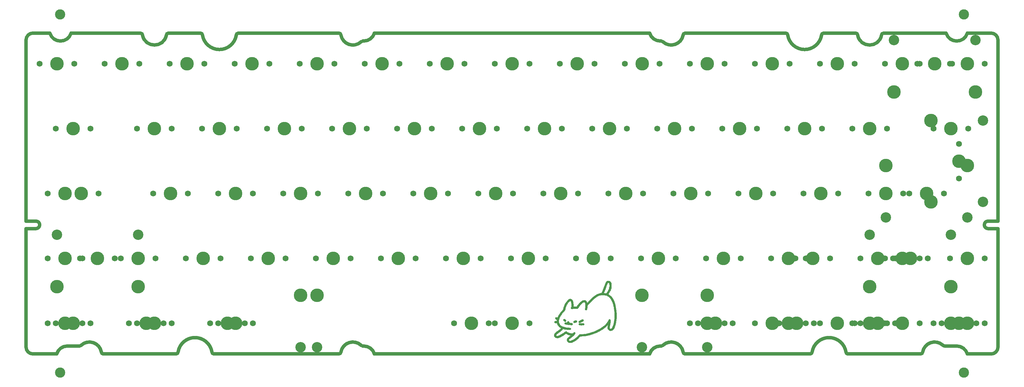
<source format=gbr>
%TF.GenerationSoftware,KiCad,Pcbnew,(5.1.12)-1*%
%TF.CreationDate,2022-12-21T19:59:57+07:00*%
%TF.ProjectId,Eclipse60,45636c69-7073-4653-9630-2e6b69636164,rev?*%
%TF.SameCoordinates,Original*%
%TF.FileFunction,Soldermask,Top*%
%TF.FilePolarity,Negative*%
%FSLAX46Y46*%
G04 Gerber Fmt 4.6, Leading zero omitted, Abs format (unit mm)*
G04 Created by KiCad (PCBNEW (5.1.12)-1) date 2022-12-21 19:59:57*
%MOMM*%
%LPD*%
G01*
G04 APERTURE LIST*
%ADD10C,1.000000*%
%ADD11C,0.010000*%
%ADD12C,0.500000*%
%ADD13C,3.000000*%
%ADD14C,3.048000*%
%ADD15C,3.987800*%
%ADD16C,1.750000*%
G04 APERTURE END LIST*
D10*
X121325000Y-122729002D02*
G75*
G02*
X127270000Y-120774999I3499597J-626676D01*
G01*
X211758997Y-123300001D02*
G75*
G02*
X214874999Y-120974996I3117524J-927591D01*
G01*
X70771999Y-29100001D02*
X80195003Y-29100001D01*
X29099994Y-86499998D02*
X31993000Y-86499998D01*
X44750004Y-120974996D02*
X41175007Y-120974996D01*
X45184002Y-120794996D02*
G75*
G02*
X44750004Y-120974996I-430255J424180D01*
G01*
X31992999Y-84300000D02*
G75*
G02*
X31993000Y-86499998I8J-1099999D01*
G01*
X80195003Y-29100002D02*
G75*
G02*
X80766002Y-29671000I-880J-571879D01*
G01*
X70201000Y-29671001D02*
G75*
G02*
X70771999Y-29100001I571880J-880D01*
G01*
X70201000Y-29671001D02*
G75*
G02*
X63201000Y-29671000I-3500000J626658D01*
G01*
X73621997Y-122744000D02*
G75*
G02*
X83539997Y-122744001I4959000J-771681D01*
G01*
X62630000Y-29100001D02*
G75*
G02*
X63201000Y-29671000I-880J-571880D01*
G01*
X29099994Y-31100001D02*
G75*
G02*
X31099994Y-29100001I2000725J-725D01*
G01*
X121325001Y-122729002D02*
G75*
G02*
X120754001Y-123300001I-570175J-824D01*
G01*
X120754001Y-123300001D02*
X84096004Y-123300001D01*
X29099994Y-84300001D02*
X29099994Y-31100000D01*
X73065998Y-123300001D02*
X51722004Y-123300001D01*
X38058994Y-123300000D02*
G75*
G02*
X41175007Y-120974996I3117544J-927619D01*
G01*
X31993000Y-84300001D02*
X29099994Y-84300001D01*
X45184000Y-120794996D02*
G75*
G02*
X51150997Y-122729002I2466475J-2562179D01*
G01*
X29099994Y-121300001D02*
X29099994Y-86499998D01*
X31099994Y-123300002D02*
G75*
G02*
X29099994Y-121300001I-981J1999019D01*
G01*
X51722004Y-123300000D02*
G75*
G02*
X51150997Y-122729002I-833J570174D01*
G01*
X128025001Y-120974996D02*
X127755001Y-120974996D01*
X211758998Y-123300001D02*
X131141002Y-123300001D01*
X84096004Y-123300001D02*
G75*
G02*
X83539997Y-122744001I517J556524D01*
G01*
X31099994Y-29100001D02*
X36058994Y-29100001D01*
X38058994Y-123300001D02*
X31099994Y-123300001D01*
X128025001Y-120974997D02*
G75*
G02*
X131141002Y-123300001I-1522J-3252595D01*
G01*
X42291004Y-29100001D02*
X62630001Y-29100001D01*
X127755000Y-120974997D02*
G75*
G02*
X127270000Y-120774999I750J689889D01*
G01*
X73621997Y-122744001D02*
G75*
G02*
X73065998Y-123300001I-556511J511D01*
G01*
X42291004Y-29100002D02*
G75*
G02*
X36058994Y-29100001I-3116005J925564D01*
G01*
X269834002Y-123300002D02*
G75*
G02*
X269278002Y-122744001I512J556512D01*
G01*
X313800006Y-31100000D02*
X313800006Y-84300001D01*
X291177996Y-123300001D02*
X269834002Y-123300001D01*
X291749003Y-122729002D02*
G75*
G02*
X297621997Y-120707998I3500114J-627357D01*
G01*
X304841006Y-29100001D02*
X311800006Y-29100001D01*
X301724993Y-120974996D02*
X298268000Y-120974996D01*
X280269999Y-29100001D02*
X298608996Y-29100001D01*
X301724994Y-120974996D02*
G75*
G02*
X304841006Y-123300001I-1532J-3252623D01*
G01*
X310907000Y-86499998D02*
X313800006Y-86499998D01*
X310907001Y-86499997D02*
G75*
G02*
X310907000Y-84300001I-8J1099998D01*
G01*
X214874999Y-31425000D02*
X215129000Y-31425000D01*
X251644999Y-29100002D02*
G75*
G02*
X252215998Y-29671000I-880J-571879D01*
G01*
X131141002Y-29100001D02*
X211758998Y-29100001D01*
X313800006Y-84300001D02*
X310907000Y-84300001D01*
X215129000Y-31424999D02*
G75*
G02*
X215642001Y-31638000I-2442J-730151D01*
G01*
X304841006Y-29100002D02*
G75*
G02*
X298608996Y-29100001I-3116005J925564D01*
G01*
X221574999Y-29671000D02*
G75*
G02*
X222145999Y-29100001I571880J-881D01*
G01*
X262133998Y-29671001D02*
G75*
G02*
X252215998Y-29671000I-4959000J770501D01*
G01*
X311800005Y-29100001D02*
G75*
G02*
X313800006Y-31100000I-724J-2000725D01*
G01*
X279699000Y-29671001D02*
G75*
G02*
X272699000Y-29671000I-3500000J626658D01*
G01*
X298268000Y-120974996D02*
G75*
G02*
X297621997Y-120707998I-2701J908467D01*
G01*
X279699000Y-29671001D02*
G75*
G02*
X280269999Y-29100001I571880J-880D01*
G01*
X313800005Y-121300001D02*
G75*
G02*
X311800006Y-123300001I-1999018J-982D01*
G01*
X259360004Y-122744001D02*
G75*
G02*
X269278002Y-122744001I4958999J-771680D01*
G01*
X291749004Y-122729002D02*
G75*
G02*
X291177996Y-123300001I-570175J-824D01*
G01*
X215143000Y-120974996D02*
X214874999Y-120974996D01*
X259360003Y-122744001D02*
G75*
G02*
X258803996Y-123300001I-556524J524D01*
G01*
X313800006Y-86499998D02*
X313800006Y-121300001D01*
X215631998Y-120773000D02*
G75*
G02*
X215143000Y-120974996I-487743J487855D01*
G01*
X215632000Y-120773000D02*
G75*
G02*
X221574999Y-122729002I2443145J-2583322D01*
G01*
X214874999Y-31425000D02*
G75*
G02*
X211758998Y-29100001I-899J3249352D01*
G01*
X222145999Y-123300001D02*
G75*
G02*
X221574999Y-122729002I-825J570175D01*
G01*
X258803996Y-123300001D02*
X222145999Y-123300001D01*
X272128000Y-29100001D02*
G75*
G02*
X272699000Y-29671000I-880J-571880D01*
G01*
X262133997Y-29671000D02*
G75*
G02*
X262704997Y-29100001I571880J-881D01*
G01*
X222145999Y-29100001D02*
X251644999Y-29100001D01*
X311800006Y-123300001D02*
X304841006Y-123300001D01*
X262704997Y-29100001D02*
X272128001Y-29100001D01*
X221574999Y-29671001D02*
G75*
G02*
X215642001Y-31638000I-3500071J625896D01*
G01*
X131141002Y-29100001D02*
G75*
G02*
X128025001Y-31425000I-3115102J924353D01*
G01*
X90684001Y-29671000D02*
G75*
G02*
X91255001Y-29100001I571880J-881D01*
G01*
X127799000Y-31425000D02*
X128025001Y-31425000D01*
X127235001Y-31659000D02*
G75*
G02*
X127799000Y-31425000I565427J-566132D01*
G01*
X120754001Y-29100001D02*
G75*
G02*
X121325001Y-29671000I-880J-571880D01*
G01*
X91255001Y-29100001D02*
X120754001Y-29100001D01*
X90684002Y-29671001D02*
G75*
G02*
X80766002Y-29671000I-4959000J770501D01*
G01*
X127235000Y-31659000D02*
G75*
G02*
X121325001Y-29671000I-2410177J2613668D01*
G01*
D11*
%TO.C,a*%
G36*
X186824377Y-113037517D02*
G01*
X186894815Y-113069925D01*
X186971746Y-113122023D01*
X187057491Y-113195180D01*
X187072078Y-113208831D01*
X187154493Y-113293004D01*
X187214584Y-113369254D01*
X187253350Y-113439718D01*
X187271790Y-113506534D01*
X187270904Y-113571838D01*
X187260966Y-113612876D01*
X187227292Y-113681591D01*
X187177209Y-113739187D01*
X187115519Y-113783001D01*
X187047027Y-113810372D01*
X186976536Y-113818636D01*
X186911950Y-113806311D01*
X186859443Y-113780341D01*
X186797048Y-113739354D01*
X186729586Y-113687623D01*
X186661882Y-113629422D01*
X186598758Y-113569023D01*
X186545039Y-113510699D01*
X186505547Y-113458723D01*
X186491287Y-113433650D01*
X186465311Y-113353216D01*
X186461536Y-113274511D01*
X186477779Y-113200890D01*
X186511859Y-113135708D01*
X186561592Y-113082320D01*
X186624797Y-113044080D01*
X186699291Y-113024345D01*
X186758112Y-113023428D01*
X186824377Y-113037517D01*
G37*
X186824377Y-113037517D02*
X186894815Y-113069925D01*
X186971746Y-113122023D01*
X187057491Y-113195180D01*
X187072078Y-113208831D01*
X187154493Y-113293004D01*
X187214584Y-113369254D01*
X187253350Y-113439718D01*
X187271790Y-113506534D01*
X187270904Y-113571838D01*
X187260966Y-113612876D01*
X187227292Y-113681591D01*
X187177209Y-113739187D01*
X187115519Y-113783001D01*
X187047027Y-113810372D01*
X186976536Y-113818636D01*
X186911950Y-113806311D01*
X186859443Y-113780341D01*
X186797048Y-113739354D01*
X186729586Y-113687623D01*
X186661882Y-113629422D01*
X186598758Y-113569023D01*
X186545039Y-113510699D01*
X186505547Y-113458723D01*
X186491287Y-113433650D01*
X186465311Y-113353216D01*
X186461536Y-113274511D01*
X186477779Y-113200890D01*
X186511859Y-113135708D01*
X186561592Y-113082320D01*
X186624797Y-113044080D01*
X186699291Y-113024345D01*
X186758112Y-113023428D01*
X186824377Y-113037517D01*
G36*
X192139381Y-113143779D02*
G01*
X192177277Y-113151295D01*
X192213815Y-113167988D01*
X192234245Y-113180086D01*
X192295045Y-113231399D01*
X192337922Y-113296290D01*
X192362219Y-113369814D01*
X192367280Y-113447023D01*
X192352450Y-113522972D01*
X192317072Y-113592715D01*
X192292901Y-113622216D01*
X192279031Y-113634891D01*
X192258822Y-113649656D01*
X192230418Y-113667477D01*
X192191965Y-113689323D01*
X192141606Y-113716158D01*
X192077487Y-113748951D01*
X191997753Y-113788668D01*
X191900548Y-113836275D01*
X191784017Y-113892740D01*
X191649050Y-113957710D01*
X191552247Y-114004057D01*
X191475082Y-114040487D01*
X191414376Y-114068244D01*
X191366948Y-114088569D01*
X191329621Y-114102708D01*
X191299214Y-114111901D01*
X191272548Y-114117394D01*
X191246444Y-114120428D01*
X191229950Y-114121572D01*
X191172102Y-114122673D01*
X191128929Y-114116939D01*
X191090300Y-114103002D01*
X191089351Y-114102559D01*
X191024944Y-114059320D01*
X190976742Y-114000661D01*
X190945651Y-113931437D01*
X190932577Y-113856504D01*
X190938425Y-113780715D01*
X190964102Y-113708928D01*
X191005198Y-113651449D01*
X191025679Y-113636237D01*
X191066366Y-113611552D01*
X191124517Y-113578811D01*
X191197393Y-113539430D01*
X191282253Y-113494828D01*
X191376354Y-113446421D01*
X191476957Y-113395627D01*
X191581321Y-113343862D01*
X191686705Y-113292545D01*
X191790367Y-113243091D01*
X191839550Y-113220041D01*
X191907387Y-113188974D01*
X191958115Y-113167491D01*
X191997352Y-113153838D01*
X192030718Y-113146258D01*
X192063829Y-113142995D01*
X192088195Y-113142356D01*
X192139381Y-113143779D01*
G37*
X192139381Y-113143779D02*
X192177277Y-113151295D01*
X192213815Y-113167988D01*
X192234245Y-113180086D01*
X192295045Y-113231399D01*
X192337922Y-113296290D01*
X192362219Y-113369814D01*
X192367280Y-113447023D01*
X192352450Y-113522972D01*
X192317072Y-113592715D01*
X192292901Y-113622216D01*
X192279031Y-113634891D01*
X192258822Y-113649656D01*
X192230418Y-113667477D01*
X192191965Y-113689323D01*
X192141606Y-113716158D01*
X192077487Y-113748951D01*
X191997753Y-113788668D01*
X191900548Y-113836275D01*
X191784017Y-113892740D01*
X191649050Y-113957710D01*
X191552247Y-114004057D01*
X191475082Y-114040487D01*
X191414376Y-114068244D01*
X191366948Y-114088569D01*
X191329621Y-114102708D01*
X191299214Y-114111901D01*
X191272548Y-114117394D01*
X191246444Y-114120428D01*
X191229950Y-114121572D01*
X191172102Y-114122673D01*
X191128929Y-114116939D01*
X191090300Y-114103002D01*
X191089351Y-114102559D01*
X191024944Y-114059320D01*
X190976742Y-114000661D01*
X190945651Y-113931437D01*
X190932577Y-113856504D01*
X190938425Y-113780715D01*
X190964102Y-113708928D01*
X191005198Y-113651449D01*
X191025679Y-113636237D01*
X191066366Y-113611552D01*
X191124517Y-113578811D01*
X191197393Y-113539430D01*
X191282253Y-113494828D01*
X191376354Y-113446421D01*
X191476957Y-113395627D01*
X191581321Y-113343862D01*
X191686705Y-113292545D01*
X191790367Y-113243091D01*
X191839550Y-113220041D01*
X191907387Y-113188974D01*
X191958115Y-113167491D01*
X191997352Y-113153838D01*
X192030718Y-113146258D01*
X192063829Y-113142995D01*
X192088195Y-113142356D01*
X192139381Y-113143779D01*
G36*
X190223054Y-113432999D02*
G01*
X190260107Y-113443935D01*
X190277450Y-113451377D01*
X190342865Y-113494485D01*
X190391503Y-113552558D01*
X190422687Y-113620918D01*
X190435742Y-113694888D01*
X190429996Y-113769789D01*
X190404771Y-113840945D01*
X190359394Y-113903677D01*
X190344704Y-113917600D01*
X190314723Y-113938491D01*
X190267918Y-113964873D01*
X190211156Y-113993083D01*
X190161735Y-114015123D01*
X190027548Y-114067712D01*
X189906011Y-114107260D01*
X189798872Y-114133388D01*
X189707880Y-114145720D01*
X189634784Y-114143877D01*
X189601175Y-114136130D01*
X189573474Y-114123904D01*
X189560118Y-114112454D01*
X189559900Y-114111262D01*
X189549788Y-114100727D01*
X189544025Y-114099744D01*
X189523927Y-114088662D01*
X189497947Y-114061089D01*
X189470830Y-114023604D01*
X189447318Y-113982787D01*
X189432155Y-113945217D01*
X189431876Y-113944199D01*
X189424039Y-113870107D01*
X189437033Y-113789898D01*
X189446523Y-113761420D01*
X189454849Y-113736411D01*
X189456089Y-113725649D01*
X189456017Y-113725642D01*
X189462093Y-113717610D01*
X189481986Y-113696836D01*
X189506463Y-113672630D01*
X189554014Y-113636156D01*
X189622194Y-113597419D01*
X189706581Y-113558334D01*
X189802751Y-113520814D01*
X189906280Y-113486775D01*
X189988156Y-113464160D01*
X190070138Y-113444682D01*
X190133197Y-113433146D01*
X190182460Y-113429328D01*
X190223054Y-113432999D01*
G37*
X190223054Y-113432999D02*
X190260107Y-113443935D01*
X190277450Y-113451377D01*
X190342865Y-113494485D01*
X190391503Y-113552558D01*
X190422687Y-113620918D01*
X190435742Y-113694888D01*
X190429996Y-113769789D01*
X190404771Y-113840945D01*
X190359394Y-113903677D01*
X190344704Y-113917600D01*
X190314723Y-113938491D01*
X190267918Y-113964873D01*
X190211156Y-113993083D01*
X190161735Y-114015123D01*
X190027548Y-114067712D01*
X189906011Y-114107260D01*
X189798872Y-114133388D01*
X189707880Y-114145720D01*
X189634784Y-114143877D01*
X189601175Y-114136130D01*
X189573474Y-114123904D01*
X189560118Y-114112454D01*
X189559900Y-114111262D01*
X189549788Y-114100727D01*
X189544025Y-114099744D01*
X189523927Y-114088662D01*
X189497947Y-114061089D01*
X189470830Y-114023604D01*
X189447318Y-113982787D01*
X189432155Y-113945217D01*
X189431876Y-113944199D01*
X189424039Y-113870107D01*
X189437033Y-113789898D01*
X189446523Y-113761420D01*
X189454849Y-113736411D01*
X189456089Y-113725649D01*
X189456017Y-113725642D01*
X189462093Y-113717610D01*
X189481986Y-113696836D01*
X189506463Y-113672630D01*
X189554014Y-113636156D01*
X189622194Y-113597419D01*
X189706581Y-113558334D01*
X189802751Y-113520814D01*
X189906280Y-113486775D01*
X189988156Y-113464160D01*
X190070138Y-113444682D01*
X190133197Y-113433146D01*
X190182460Y-113429328D01*
X190223054Y-113432999D01*
G36*
X187920730Y-113698155D02*
G01*
X187992765Y-113720387D01*
X188057373Y-113761890D01*
X188061490Y-113765532D01*
X188093944Y-113799667D01*
X188116129Y-113837038D01*
X188130706Y-113884383D01*
X188140340Y-113948437D01*
X188142538Y-113970543D01*
X188153810Y-114042212D01*
X188173303Y-114092362D01*
X188202583Y-114123985D01*
X188229354Y-114136582D01*
X188259132Y-114143223D01*
X188306887Y-114151005D01*
X188365297Y-114158822D01*
X188410550Y-114163924D01*
X188508998Y-114174831D01*
X188609175Y-114187234D01*
X188706474Y-114200453D01*
X188796290Y-114213807D01*
X188874015Y-114226616D01*
X188935045Y-114238199D01*
X188970762Y-114246689D01*
X189040466Y-114279028D01*
X189097226Y-114330142D01*
X189138069Y-114395448D01*
X189160024Y-114470363D01*
X189161351Y-114540662D01*
X189142421Y-114622148D01*
X189106098Y-114688118D01*
X189053917Y-114736069D01*
X189034960Y-114746785D01*
X189005382Y-114759614D01*
X188972438Y-114769730D01*
X188934138Y-114777048D01*
X188888496Y-114781484D01*
X188833522Y-114782956D01*
X188767230Y-114781377D01*
X188687630Y-114776665D01*
X188592736Y-114768736D01*
X188480558Y-114757505D01*
X188349109Y-114742888D01*
X188196401Y-114724802D01*
X188029550Y-114704296D01*
X187842121Y-114680991D01*
X187678196Y-114660566D01*
X187536081Y-114642698D01*
X187414082Y-114627067D01*
X187310506Y-114613351D01*
X187223658Y-114601228D01*
X187151846Y-114590377D01*
X187093374Y-114580477D01*
X187046550Y-114571206D01*
X187009679Y-114562242D01*
X186981069Y-114553265D01*
X186959024Y-114543952D01*
X186941852Y-114533983D01*
X186927858Y-114523036D01*
X186915349Y-114510789D01*
X186902631Y-114496921D01*
X186895466Y-114489063D01*
X186848219Y-114420864D01*
X186823354Y-114346461D01*
X186820117Y-114270129D01*
X186837754Y-114196146D01*
X186875511Y-114128787D01*
X186932632Y-114072328D01*
X186973503Y-114046697D01*
X187002343Y-114033600D01*
X187032370Y-114025633D01*
X187070638Y-114021809D01*
X187124201Y-114021144D01*
X187153250Y-114021574D01*
X187221968Y-114024150D01*
X187294655Y-114028889D01*
X187358809Y-114034920D01*
X187376896Y-114037170D01*
X187448300Y-114043509D01*
X187500981Y-114038187D01*
X187540035Y-114018362D01*
X187570557Y-113981195D01*
X187597644Y-113923844D01*
X187602437Y-113911455D01*
X187623898Y-113862412D01*
X187649449Y-113814375D01*
X187662063Y-113794426D01*
X187711934Y-113743329D01*
X187775127Y-113710001D01*
X187846455Y-113694818D01*
X187920730Y-113698155D01*
G37*
X187920730Y-113698155D02*
X187992765Y-113720387D01*
X188057373Y-113761890D01*
X188061490Y-113765532D01*
X188093944Y-113799667D01*
X188116129Y-113837038D01*
X188130706Y-113884383D01*
X188140340Y-113948437D01*
X188142538Y-113970543D01*
X188153810Y-114042212D01*
X188173303Y-114092362D01*
X188202583Y-114123985D01*
X188229354Y-114136582D01*
X188259132Y-114143223D01*
X188306887Y-114151005D01*
X188365297Y-114158822D01*
X188410550Y-114163924D01*
X188508998Y-114174831D01*
X188609175Y-114187234D01*
X188706474Y-114200453D01*
X188796290Y-114213807D01*
X188874015Y-114226616D01*
X188935045Y-114238199D01*
X188970762Y-114246689D01*
X189040466Y-114279028D01*
X189097226Y-114330142D01*
X189138069Y-114395448D01*
X189160024Y-114470363D01*
X189161351Y-114540662D01*
X189142421Y-114622148D01*
X189106098Y-114688118D01*
X189053917Y-114736069D01*
X189034960Y-114746785D01*
X189005382Y-114759614D01*
X188972438Y-114769730D01*
X188934138Y-114777048D01*
X188888496Y-114781484D01*
X188833522Y-114782956D01*
X188767230Y-114781377D01*
X188687630Y-114776665D01*
X188592736Y-114768736D01*
X188480558Y-114757505D01*
X188349109Y-114742888D01*
X188196401Y-114724802D01*
X188029550Y-114704296D01*
X187842121Y-114680991D01*
X187678196Y-114660566D01*
X187536081Y-114642698D01*
X187414082Y-114627067D01*
X187310506Y-114613351D01*
X187223658Y-114601228D01*
X187151846Y-114590377D01*
X187093374Y-114580477D01*
X187046550Y-114571206D01*
X187009679Y-114562242D01*
X186981069Y-114553265D01*
X186959024Y-114543952D01*
X186941852Y-114533983D01*
X186927858Y-114523036D01*
X186915349Y-114510789D01*
X186902631Y-114496921D01*
X186895466Y-114489063D01*
X186848219Y-114420864D01*
X186823354Y-114346461D01*
X186820117Y-114270129D01*
X186837754Y-114196146D01*
X186875511Y-114128787D01*
X186932632Y-114072328D01*
X186973503Y-114046697D01*
X187002343Y-114033600D01*
X187032370Y-114025633D01*
X187070638Y-114021809D01*
X187124201Y-114021144D01*
X187153250Y-114021574D01*
X187221968Y-114024150D01*
X187294655Y-114028889D01*
X187358809Y-114034920D01*
X187376896Y-114037170D01*
X187448300Y-114043509D01*
X187500981Y-114038187D01*
X187540035Y-114018362D01*
X187570557Y-113981195D01*
X187597644Y-113923844D01*
X187602437Y-113911455D01*
X187623898Y-113862412D01*
X187649449Y-113814375D01*
X187662063Y-113794426D01*
X187711934Y-113743329D01*
X187775127Y-113710001D01*
X187846455Y-113694818D01*
X187920730Y-113698155D01*
G36*
X191770690Y-114271850D02*
G01*
X192362230Y-114271850D01*
X192424178Y-114310146D01*
X192482144Y-114359362D01*
X192524041Y-114422278D01*
X192549243Y-114493815D01*
X192557125Y-114568891D01*
X192547059Y-114642426D01*
X192518421Y-114709341D01*
X192479227Y-114757018D01*
X192455051Y-114777019D01*
X192428737Y-114792848D01*
X192396791Y-114805190D01*
X192355716Y-114814729D01*
X192302017Y-114822149D01*
X192232198Y-114828135D01*
X192142763Y-114833370D01*
X192072009Y-114836715D01*
X191977939Y-114840859D01*
X191901474Y-114843939D01*
X191837147Y-114845945D01*
X191779492Y-114846868D01*
X191723040Y-114846699D01*
X191662326Y-114845428D01*
X191591881Y-114843048D01*
X191506239Y-114839548D01*
X191416091Y-114835629D01*
X191333295Y-114831843D01*
X191271436Y-114828325D01*
X191226072Y-114824373D01*
X191192758Y-114819285D01*
X191167052Y-114812359D01*
X191144509Y-114802892D01*
X191120687Y-114790182D01*
X191117641Y-114788468D01*
X191070418Y-114756422D01*
X191036360Y-114717641D01*
X191015998Y-114683136D01*
X190994879Y-114638723D01*
X190985290Y-114601720D01*
X190984408Y-114558582D01*
X190985752Y-114537976D01*
X190997606Y-114463768D01*
X191022596Y-114404613D01*
X191064377Y-114352003D01*
X191066581Y-114349781D01*
X191084160Y-114332118D01*
X191100062Y-114317344D01*
X191116614Y-114305203D01*
X191136148Y-114295436D01*
X191160991Y-114287785D01*
X191193475Y-114281993D01*
X191235927Y-114277803D01*
X191290677Y-114274955D01*
X191360056Y-114273193D01*
X191446391Y-114272258D01*
X191552014Y-114271893D01*
X191679252Y-114271839D01*
X191770690Y-114271850D01*
G37*
X191770690Y-114271850D02*
X192362230Y-114271850D01*
X192424178Y-114310146D01*
X192482144Y-114359362D01*
X192524041Y-114422278D01*
X192549243Y-114493815D01*
X192557125Y-114568891D01*
X192547059Y-114642426D01*
X192518421Y-114709341D01*
X192479227Y-114757018D01*
X192455051Y-114777019D01*
X192428737Y-114792848D01*
X192396791Y-114805190D01*
X192355716Y-114814729D01*
X192302017Y-114822149D01*
X192232198Y-114828135D01*
X192142763Y-114833370D01*
X192072009Y-114836715D01*
X191977939Y-114840859D01*
X191901474Y-114843939D01*
X191837147Y-114845945D01*
X191779492Y-114846868D01*
X191723040Y-114846699D01*
X191662326Y-114845428D01*
X191591881Y-114843048D01*
X191506239Y-114839548D01*
X191416091Y-114835629D01*
X191333295Y-114831843D01*
X191271436Y-114828325D01*
X191226072Y-114824373D01*
X191192758Y-114819285D01*
X191167052Y-114812359D01*
X191144509Y-114802892D01*
X191120687Y-114790182D01*
X191117641Y-114788468D01*
X191070418Y-114756422D01*
X191036360Y-114717641D01*
X191015998Y-114683136D01*
X190994879Y-114638723D01*
X190985290Y-114601720D01*
X190984408Y-114558582D01*
X190985752Y-114537976D01*
X190997606Y-114463768D01*
X191022596Y-114404613D01*
X191064377Y-114352003D01*
X191066581Y-114349781D01*
X191084160Y-114332118D01*
X191100062Y-114317344D01*
X191116614Y-114305203D01*
X191136148Y-114295436D01*
X191160991Y-114287785D01*
X191193475Y-114281993D01*
X191235927Y-114277803D01*
X191290677Y-114274955D01*
X191360056Y-114273193D01*
X191446391Y-114272258D01*
X191552014Y-114271893D01*
X191679252Y-114271839D01*
X191770690Y-114271850D01*
G36*
X199778372Y-101816794D02*
G01*
X199899792Y-101846465D01*
X200010444Y-101897411D01*
X200112814Y-101970853D01*
X200209384Y-102068014D01*
X200233997Y-102097494D01*
X200338528Y-102242486D01*
X200422419Y-102394483D01*
X200487951Y-102558287D01*
X200536336Y-102733900D01*
X200545439Y-102777780D01*
X200552300Y-102820343D01*
X200557227Y-102866241D01*
X200560530Y-102920124D01*
X200562517Y-102986645D01*
X200563498Y-103070455D01*
X200563758Y-103146650D01*
X200562876Y-103282596D01*
X200559405Y-103400245D01*
X200552689Y-103506625D01*
X200542073Y-103608766D01*
X200526903Y-103713695D01*
X200506523Y-103828442D01*
X200494477Y-103890178D01*
X200421473Y-104192276D01*
X200324756Y-104485334D01*
X200204216Y-104769636D01*
X200059743Y-105045471D01*
X200028823Y-105098213D01*
X199995940Y-105152203D01*
X199962062Y-105205208D01*
X199924917Y-105260416D01*
X199882236Y-105321018D01*
X199831749Y-105390200D01*
X199771187Y-105471153D01*
X199698280Y-105567064D01*
X199653225Y-105625877D01*
X199631660Y-105659874D01*
X199619380Y-105690677D01*
X199618300Y-105698862D01*
X199630535Y-105731580D01*
X199666685Y-105769230D01*
X199725916Y-105811034D01*
X199759914Y-105831014D01*
X199798734Y-105854285D01*
X199851275Y-105887862D01*
X199910624Y-105927239D01*
X199969464Y-105967628D01*
X200196840Y-106140290D01*
X200407597Y-106328751D01*
X200602317Y-106533851D01*
X200781585Y-106756429D01*
X200945982Y-106997327D01*
X201096091Y-107257383D01*
X201232497Y-107537437D01*
X201355781Y-107838330D01*
X201444925Y-108093300D01*
X201595525Y-108593969D01*
X201724685Y-109103794D01*
X201831661Y-109619098D01*
X201915709Y-110136204D01*
X201976083Y-110651434D01*
X201986322Y-110766650D01*
X201998230Y-110912205D01*
X202008076Y-111040888D01*
X202016110Y-111158001D01*
X202022583Y-111268847D01*
X202027745Y-111378727D01*
X202031845Y-111492945D01*
X202035134Y-111616803D01*
X202037860Y-111755603D01*
X202040210Y-111909912D01*
X202041281Y-112263290D01*
X202034156Y-112596584D01*
X202018395Y-112913895D01*
X201993558Y-113219326D01*
X201959207Y-113516977D01*
X201914901Y-113810952D01*
X201860202Y-114105353D01*
X201794670Y-114404280D01*
X201755896Y-114563950D01*
X201682838Y-114834524D01*
X201604169Y-115084083D01*
X201518420Y-115316669D01*
X201424121Y-115536327D01*
X201339804Y-115708824D01*
X201267662Y-115843491D01*
X201200520Y-115956903D01*
X201135705Y-116052015D01*
X201070542Y-116131785D01*
X201002358Y-116199170D01*
X200928479Y-116257126D01*
X200846232Y-116308610D01*
X200754950Y-116355628D01*
X200671266Y-116393350D01*
X200598725Y-116420440D01*
X200529740Y-116438526D01*
X200456724Y-116449236D01*
X200372090Y-116454200D01*
X200291400Y-116455128D01*
X200216312Y-116454638D01*
X200160187Y-116452834D01*
X200116592Y-116448921D01*
X200079094Y-116442100D01*
X200041259Y-116431574D01*
X200005771Y-116419722D01*
X199868333Y-116360005D01*
X199749050Y-116282633D01*
X199648108Y-116187902D01*
X199565691Y-116076109D01*
X199501986Y-115947550D01*
X199457178Y-115802522D01*
X199431452Y-115641321D01*
X199424728Y-115491050D01*
X199425435Y-115439792D01*
X199427723Y-115391684D01*
X199432203Y-115342274D01*
X199439486Y-115287115D01*
X199450182Y-115221756D01*
X199464901Y-115141749D01*
X199484255Y-115042644D01*
X199490705Y-115010281D01*
X199508031Y-114922477D01*
X199523254Y-114843139D01*
X199535773Y-114775581D01*
X199544988Y-114723114D01*
X199550299Y-114689049D01*
X199551169Y-114676735D01*
X199537759Y-114679924D01*
X199511767Y-114698436D01*
X199477347Y-114728487D01*
X199438651Y-114766293D01*
X199399830Y-114808069D01*
X199375329Y-114837000D01*
X199333953Y-114885055D01*
X199277000Y-114946752D01*
X199207822Y-115018793D01*
X199129770Y-115097881D01*
X199046194Y-115180718D01*
X198960446Y-115264007D01*
X198875878Y-115344452D01*
X198795840Y-115418755D01*
X198723683Y-115483618D01*
X198678500Y-115522617D01*
X198376784Y-115763975D01*
X198066962Y-115986503D01*
X197753112Y-116187315D01*
X197668850Y-116237067D01*
X197197073Y-116501018D01*
X196725434Y-116745756D01*
X196255155Y-116970804D01*
X195787458Y-117175687D01*
X195323565Y-117359928D01*
X194864698Y-117523051D01*
X194412080Y-117664579D01*
X193966931Y-117784036D01*
X193530475Y-117880946D01*
X193376250Y-117910125D01*
X193222601Y-117936656D01*
X193072735Y-117959958D01*
X192922993Y-117980390D01*
X192769721Y-117998313D01*
X192609263Y-118014087D01*
X192437963Y-118028071D01*
X192252165Y-118040625D01*
X192048213Y-118052110D01*
X191826850Y-118062690D01*
X191732147Y-118067055D01*
X191659044Y-118070978D01*
X191603754Y-118074931D01*
X191562494Y-118079388D01*
X191531477Y-118084820D01*
X191506919Y-118091701D01*
X191485036Y-118100502D01*
X191471250Y-118107081D01*
X191444558Y-118123366D01*
X191410173Y-118150144D01*
X191366255Y-118189118D01*
X191310962Y-118241993D01*
X191242453Y-118310471D01*
X191160128Y-118394971D01*
X190998592Y-118559091D01*
X190847029Y-118706006D01*
X190701090Y-118839490D01*
X190556425Y-118963316D01*
X190408686Y-119081257D01*
X190253523Y-119197087D01*
X190153579Y-119268172D01*
X190011278Y-119364258D01*
X189860466Y-119459760D01*
X189704632Y-119552831D01*
X189547265Y-119641625D01*
X189391855Y-119724295D01*
X189241891Y-119798995D01*
X189100861Y-119863878D01*
X188972255Y-119917098D01*
X188859563Y-119956809D01*
X188842350Y-119962050D01*
X188790906Y-119976213D01*
X188743530Y-119986191D01*
X188693208Y-119992863D01*
X188632925Y-119997107D01*
X188555665Y-119999803D01*
X188537550Y-120000234D01*
X188464786Y-120001030D01*
X188395761Y-120000269D01*
X188336959Y-119998125D01*
X188294867Y-119994775D01*
X188285578Y-119993403D01*
X188129671Y-119954501D01*
X187986933Y-119897176D01*
X187859440Y-119822639D01*
X187749270Y-119732105D01*
X187658892Y-119627334D01*
X187587410Y-119506774D01*
X187539106Y-119378548D01*
X187513880Y-119245158D01*
X187511631Y-119109103D01*
X187532259Y-118972884D01*
X187575665Y-118839001D01*
X187641749Y-118709954D01*
X187698868Y-118627175D01*
X187746787Y-118571173D01*
X187812555Y-118503627D01*
X187893017Y-118427270D01*
X187985013Y-118344835D01*
X188085387Y-118259053D01*
X188190981Y-118172659D01*
X188298636Y-118088384D01*
X188405195Y-118008961D01*
X188451598Y-117975778D01*
X188517816Y-117927639D01*
X188563808Y-117890277D01*
X188591275Y-117861653D01*
X188601921Y-117839726D01*
X188597448Y-117822460D01*
X188587530Y-117812980D01*
X188563440Y-117799355D01*
X188550997Y-117796025D01*
X188516366Y-117793163D01*
X188463093Y-117785589D01*
X188397253Y-117774432D01*
X188324924Y-117760823D01*
X188252183Y-117745891D01*
X188185105Y-117730766D01*
X188142814Y-117720146D01*
X187917078Y-117648917D01*
X187700712Y-117557598D01*
X187488881Y-117444035D01*
X187400806Y-117389639D01*
X187331810Y-117348282D01*
X187277410Y-117323037D01*
X187233545Y-117312777D01*
X187196154Y-117316378D01*
X187172147Y-117326281D01*
X187153816Y-117338653D01*
X187120124Y-117363711D01*
X187075428Y-117398131D01*
X187024087Y-117438591D01*
X187008842Y-117450768D01*
X186738127Y-117656404D01*
X186456347Y-117847941D01*
X186160140Y-118027409D01*
X185846144Y-118196838D01*
X185510997Y-118358257D01*
X185489984Y-118367804D01*
X185310706Y-118444339D01*
X185146899Y-118503888D01*
X184995485Y-118546815D01*
X184853384Y-118573485D01*
X184717519Y-118584263D01*
X184584809Y-118579514D01*
X184452177Y-118559601D01*
X184316544Y-118524889D01*
X184274966Y-118511697D01*
X184138620Y-118456285D01*
X184023351Y-118386910D01*
X183928753Y-118303158D01*
X183854417Y-118204617D01*
X183799937Y-118090872D01*
X183773514Y-118002475D01*
X183760137Y-117903387D01*
X183761600Y-117816268D01*
X184334649Y-117816268D01*
X184341525Y-117872944D01*
X184368424Y-117919639D01*
X184416410Y-117957354D01*
X184486549Y-117987092D01*
X184579906Y-118009852D01*
X184633954Y-118018691D01*
X184691402Y-118021835D01*
X184758554Y-118015621D01*
X184837247Y-117999482D01*
X184929315Y-117972852D01*
X185036593Y-117935162D01*
X185160915Y-117885846D01*
X185304118Y-117824337D01*
X185395685Y-117783243D01*
X185551341Y-117709868D01*
X185702119Y-117633138D01*
X185851071Y-117551142D01*
X186001252Y-117461965D01*
X186155717Y-117363693D01*
X186317519Y-117254412D01*
X186489714Y-117132209D01*
X186675356Y-116995169D01*
X186781662Y-116914787D01*
X186847565Y-116865338D01*
X186912715Y-116817781D01*
X186972014Y-116775741D01*
X187020366Y-116742845D01*
X187047288Y-116725816D01*
X187137998Y-116681569D01*
X187222412Y-116661174D01*
X187303488Y-116664828D01*
X187384182Y-116692728D01*
X187467452Y-116745071D01*
X187479863Y-116754660D01*
X187584204Y-116833139D01*
X187690605Y-116906044D01*
X187792732Y-116969261D01*
X187884252Y-117018677D01*
X187892700Y-117022760D01*
X188047455Y-117087626D01*
X188223372Y-117145084D01*
X188417064Y-117194235D01*
X188625141Y-117234184D01*
X188772500Y-117255556D01*
X188886420Y-117269463D01*
X188978522Y-117279006D01*
X189052069Y-117283828D01*
X189110324Y-117283571D01*
X189156552Y-117277879D01*
X189194015Y-117266393D01*
X189225978Y-117248757D01*
X189255703Y-117224613D01*
X189280477Y-117199940D01*
X189315913Y-117162655D01*
X189360930Y-117115225D01*
X189407651Y-117065952D01*
X189423656Y-117049060D01*
X189478757Y-116993495D01*
X189524105Y-116955275D01*
X189565152Y-116931398D01*
X189607347Y-116918860D01*
X189656143Y-116914659D01*
X189667850Y-116914556D01*
X189750940Y-116926071D01*
X189823851Y-116958765D01*
X189883148Y-117010005D01*
X189925398Y-117077159D01*
X189941193Y-117124224D01*
X189947700Y-117162418D01*
X189947867Y-117200763D01*
X189940534Y-117241081D01*
X189924542Y-117285196D01*
X189898730Y-117334931D01*
X189861939Y-117392109D01*
X189813010Y-117458554D01*
X189750782Y-117536088D01*
X189674096Y-117626535D01*
X189581792Y-117731719D01*
X189488371Y-117836090D01*
X189428096Y-117901740D01*
X189369341Y-117962720D01*
X189309392Y-118021363D01*
X189245534Y-118080001D01*
X189175053Y-118140966D01*
X189095235Y-118206593D01*
X189003366Y-118279212D01*
X188896732Y-118361157D01*
X188772619Y-118454760D01*
X188740750Y-118478606D01*
X188594835Y-118589289D01*
X188469579Y-118688100D01*
X188363895Y-118776293D01*
X188276694Y-118855119D01*
X188206888Y-118925830D01*
X188153390Y-118989680D01*
X188115111Y-119047920D01*
X188090964Y-119101804D01*
X188079861Y-119152582D01*
X188080714Y-119201508D01*
X188086776Y-119231484D01*
X188117496Y-119299346D01*
X188168122Y-119355068D01*
X188235897Y-119397976D01*
X188318064Y-119427398D01*
X188411864Y-119442661D01*
X188514540Y-119443093D01*
X188623335Y-119428019D01*
X188735491Y-119396767D01*
X188747100Y-119392611D01*
X188940430Y-119315328D01*
X189135402Y-119223926D01*
X189333933Y-119117235D01*
X189537940Y-118994081D01*
X189749341Y-118853292D01*
X189970053Y-118693695D01*
X190201993Y-118514118D01*
X190260999Y-118466739D01*
X190304726Y-118430166D01*
X190357849Y-118383794D01*
X190417611Y-118330226D01*
X190481254Y-118272069D01*
X190546022Y-118211928D01*
X190609157Y-118152406D01*
X190667901Y-118096110D01*
X190719498Y-118045643D01*
X190761189Y-118003612D01*
X190790218Y-117972621D01*
X190803827Y-117955275D01*
X190804500Y-117953277D01*
X190810653Y-117942587D01*
X190829809Y-117919650D01*
X190863011Y-117883351D01*
X190911302Y-117832573D01*
X190975724Y-117766202D01*
X191052150Y-117688365D01*
X191104660Y-117636705D01*
X191150309Y-117597266D01*
X191194099Y-117568032D01*
X191241031Y-117546988D01*
X191296104Y-117532115D01*
X191364319Y-117521399D01*
X191450679Y-117512822D01*
X191496650Y-117509135D01*
X191585222Y-117503133D01*
X191681200Y-117498007D01*
X191774863Y-117494193D01*
X191856491Y-117492126D01*
X191881315Y-117491893D01*
X192229608Y-117481608D01*
X192590452Y-117453606D01*
X192958897Y-117408576D01*
X193329991Y-117347208D01*
X193698782Y-117270189D01*
X193981662Y-117199692D01*
X194529521Y-117040006D01*
X195068603Y-116856645D01*
X195599219Y-116649475D01*
X196121678Y-116418365D01*
X196636292Y-116163182D01*
X197143370Y-115883795D01*
X197319600Y-115779982D01*
X197638794Y-115581108D01*
X197933750Y-115381142D01*
X198205627Y-115178913D01*
X198455587Y-114973250D01*
X198684789Y-114762983D01*
X198894396Y-114546939D01*
X199085567Y-114323949D01*
X199259463Y-114092841D01*
X199417246Y-113852443D01*
X199560075Y-113601586D01*
X199644327Y-113434690D01*
X199690018Y-113342767D01*
X199729372Y-113271547D01*
X199764962Y-113217946D01*
X199799358Y-113178878D01*
X199835128Y-113151260D01*
X199874845Y-113132006D01*
X199904584Y-113122350D01*
X199984933Y-113112220D01*
X200064794Y-113124509D01*
X200138479Y-113157134D01*
X200200295Y-113208010D01*
X200225009Y-113239691D01*
X200238051Y-113260404D01*
X200247433Y-113280050D01*
X200253868Y-113303308D01*
X200258065Y-113334855D01*
X200260737Y-113379368D01*
X200262595Y-113441526D01*
X200263716Y-113494258D01*
X200263817Y-113598802D01*
X200260607Y-113719161D01*
X200254518Y-113849045D01*
X200245982Y-113982161D01*
X200235433Y-114112218D01*
X200223302Y-114232924D01*
X200210021Y-114337988D01*
X200202381Y-114386840D01*
X200192749Y-114439552D01*
X200178637Y-114511877D01*
X200161103Y-114598639D01*
X200141205Y-114694661D01*
X200120002Y-114794768D01*
X200101894Y-114878508D01*
X200073510Y-115009803D01*
X200050567Y-115119687D01*
X200032589Y-115211448D01*
X200019102Y-115288375D01*
X200009629Y-115353758D01*
X200003695Y-115410886D01*
X200000825Y-115463048D01*
X200000544Y-115513533D01*
X200002375Y-115565631D01*
X200002428Y-115566672D01*
X200014013Y-115669224D01*
X200038086Y-115750399D01*
X200076041Y-115811668D01*
X200129270Y-115854502D01*
X200199166Y-115880372D01*
X200287120Y-115890749D01*
X200309565Y-115891100D01*
X200389590Y-115885963D01*
X200462167Y-115869411D01*
X200529102Y-115839725D01*
X200592203Y-115795189D01*
X200653275Y-115734086D01*
X200714127Y-115654700D01*
X200776565Y-115555314D01*
X200842395Y-115434211D01*
X200889116Y-115340444D01*
X200961396Y-115177884D01*
X201031884Y-114993102D01*
X201099731Y-114789258D01*
X201164087Y-114569513D01*
X201224102Y-114337027D01*
X201278927Y-114094962D01*
X201327712Y-113846477D01*
X201369608Y-113594733D01*
X201382899Y-113503500D01*
X201407127Y-113319431D01*
X201427072Y-113141988D01*
X201442964Y-112966843D01*
X201455031Y-112789667D01*
X201463503Y-112606130D01*
X201468609Y-112411905D01*
X201470579Y-112202662D01*
X201469640Y-111974073D01*
X201468609Y-111884250D01*
X201461026Y-111545521D01*
X201447152Y-111225611D01*
X201426417Y-110918593D01*
X201398256Y-110618538D01*
X201362100Y-110319519D01*
X201317381Y-110015608D01*
X201263534Y-109700879D01*
X201255264Y-109655775D01*
X201200766Y-109371618D01*
X201146351Y-109110625D01*
X201091290Y-108870571D01*
X201034858Y-108649233D01*
X200976326Y-108444388D01*
X200914968Y-108253811D01*
X200850057Y-108075279D01*
X200780866Y-107906568D01*
X200706668Y-107745455D01*
X200626735Y-107589716D01*
X200540341Y-107437126D01*
X200517263Y-107398575D01*
X200361551Y-107158897D01*
X200198658Y-106943244D01*
X200027761Y-106751049D01*
X199848037Y-106581747D01*
X199658663Y-106434771D01*
X199458819Y-106309555D01*
X199247680Y-106205532D01*
X199024425Y-106122137D01*
X198788232Y-106058803D01*
X198538277Y-106014963D01*
X198500700Y-106010174D01*
X198431145Y-106003585D01*
X198342431Y-105998031D01*
X198239850Y-105993590D01*
X198128691Y-105990342D01*
X198014247Y-105988366D01*
X197901808Y-105987740D01*
X197796664Y-105988543D01*
X197704107Y-105990853D01*
X197629427Y-105994751D01*
X197605147Y-105996831D01*
X197401207Y-106023632D01*
X197206916Y-106062934D01*
X197018053Y-106116226D01*
X196830398Y-106184999D01*
X196639730Y-106270743D01*
X196441828Y-106374948D01*
X196300407Y-106457453D01*
X196119941Y-106570496D01*
X195949665Y-106685974D01*
X195784913Y-106807501D01*
X195621016Y-106938696D01*
X195453307Y-107083172D01*
X195277120Y-107244548D01*
X195243150Y-107276614D01*
X195149359Y-107366600D01*
X195047736Y-107466055D01*
X194939741Y-107573421D01*
X194826838Y-107687141D01*
X194710487Y-107805657D01*
X194592152Y-107927411D01*
X194473294Y-108050847D01*
X194355376Y-108174408D01*
X194239860Y-108296534D01*
X194128208Y-108415670D01*
X194021881Y-108530258D01*
X193922343Y-108638740D01*
X193831056Y-108739559D01*
X193749481Y-108831158D01*
X193679080Y-108911979D01*
X193621317Y-108980465D01*
X193577652Y-109035058D01*
X193549549Y-109074201D01*
X193540527Y-109090147D01*
X193526545Y-109127835D01*
X193516544Y-109171853D01*
X193509459Y-109228505D01*
X193504231Y-109304094D01*
X193504121Y-109306150D01*
X193494743Y-109453421D01*
X193482660Y-109584061D01*
X193466829Y-109706781D01*
X193446205Y-109830295D01*
X193433143Y-109898206D01*
X193404182Y-110032611D01*
X193375847Y-110142450D01*
X193347884Y-110228542D01*
X193320037Y-110291707D01*
X193300550Y-110322623D01*
X193246546Y-110373855D01*
X193180117Y-110406813D01*
X193106546Y-110421431D01*
X193031118Y-110417641D01*
X192959118Y-110395378D01*
X192895830Y-110354573D01*
X192869843Y-110328078D01*
X192845159Y-110294035D01*
X192829476Y-110258064D01*
X192821021Y-110213242D01*
X192818023Y-110152647D01*
X192817940Y-110125300D01*
X192819110Y-110054850D01*
X192822499Y-110001773D01*
X192829052Y-109958076D01*
X192839714Y-109915764D01*
X192844612Y-109899736D01*
X192857486Y-109852980D01*
X192867557Y-109806326D01*
X192868914Y-109798136D01*
X192875231Y-109759390D01*
X192881076Y-109727793D01*
X192881611Y-109725250D01*
X192895755Y-109658820D01*
X192906830Y-109603105D01*
X192915219Y-109553534D01*
X192921306Y-109505536D01*
X192925473Y-109454538D01*
X192928104Y-109395970D01*
X192929581Y-109325260D01*
X192930289Y-109237838D01*
X192930585Y-109141050D01*
X192930172Y-109002918D01*
X192928051Y-108886049D01*
X192923882Y-108786342D01*
X192917323Y-108699697D01*
X192908034Y-108622012D01*
X192895674Y-108549188D01*
X192879901Y-108477124D01*
X192873112Y-108449750D01*
X192858074Y-108398403D01*
X192838691Y-108342925D01*
X192817201Y-108288542D01*
X192795847Y-108240481D01*
X192776868Y-108203968D01*
X192762505Y-108184230D01*
X192758419Y-108182200D01*
X192748812Y-108171886D01*
X192747600Y-108163150D01*
X192741529Y-108146237D01*
X192736381Y-108144099D01*
X192724437Y-108133555D01*
X192718716Y-108119449D01*
X192701602Y-108097161D01*
X192667040Y-108076680D01*
X192622922Y-108061526D01*
X192577142Y-108055220D01*
X192574649Y-108055200D01*
X192527290Y-108061510D01*
X192463718Y-108079206D01*
X192389394Y-108106433D01*
X192309782Y-108141336D01*
X192284050Y-108153839D01*
X192170872Y-108215825D01*
X192058066Y-108289280D01*
X191944498Y-108375401D01*
X191829039Y-108475382D01*
X191710557Y-108590419D01*
X191587920Y-108721707D01*
X191459998Y-108870441D01*
X191325659Y-109037816D01*
X191183772Y-109225027D01*
X191033206Y-109433270D01*
X190920323Y-109594678D01*
X190853686Y-109689340D01*
X190797353Y-109764801D01*
X190748730Y-109823738D01*
X190705224Y-109868832D01*
X190664240Y-109902762D01*
X190623185Y-109928207D01*
X190579463Y-109947846D01*
X190577768Y-109948494D01*
X190547839Y-109959151D01*
X190520633Y-109966189D01*
X190490625Y-109969960D01*
X190452292Y-109970815D01*
X190400110Y-109969107D01*
X190328555Y-109965187D01*
X190321900Y-109964792D01*
X190215697Y-109959737D01*
X190100288Y-109956425D01*
X189980601Y-109954818D01*
X189861569Y-109954880D01*
X189748122Y-109956572D01*
X189645190Y-109959857D01*
X189557705Y-109964698D01*
X189490596Y-109971057D01*
X189490050Y-109971127D01*
X189425031Y-109980434D01*
X189345850Y-109993103D01*
X189263216Y-110007363D01*
X189197950Y-110019470D01*
X189078408Y-110039294D01*
X188979215Y-110047867D01*
X188897655Y-110044574D01*
X188831011Y-110028802D01*
X188776568Y-109999936D01*
X188731610Y-109957365D01*
X188696657Y-109906208D01*
X188662464Y-109835336D01*
X188648358Y-109773146D01*
X188655078Y-109715218D01*
X188683366Y-109657133D01*
X188733961Y-109594471D01*
X188752022Y-109575709D01*
X188791270Y-109534443D01*
X188821458Y-109497033D01*
X188843622Y-109459382D01*
X188858800Y-109417390D01*
X188868031Y-109366959D01*
X188872351Y-109303991D01*
X188872800Y-109224387D01*
X188870413Y-109124048D01*
X188869967Y-109109851D01*
X188861679Y-108931688D01*
X188848530Y-108756655D01*
X188830981Y-108587375D01*
X188809491Y-108426468D01*
X188784519Y-108276555D01*
X188756526Y-108140258D01*
X188725972Y-108020197D01*
X188693315Y-107918995D01*
X188659017Y-107839272D01*
X188641792Y-107808910D01*
X188594726Y-107752296D01*
X188540441Y-107717757D01*
X188481526Y-107706559D01*
X188443643Y-107711938D01*
X188383347Y-107736736D01*
X188312319Y-107780392D01*
X188233524Y-107840376D01*
X188149929Y-107914156D01*
X188064499Y-107999200D01*
X187980200Y-108092977D01*
X187939443Y-108142298D01*
X187741601Y-108408982D01*
X187564894Y-108689483D01*
X187409725Y-108982939D01*
X187276498Y-109288491D01*
X187165617Y-109605278D01*
X187077487Y-109932440D01*
X187058273Y-110019456D01*
X187032817Y-110133107D01*
X187006700Y-110231604D01*
X186977751Y-110318885D01*
X186943800Y-110398889D01*
X186902677Y-110475556D01*
X186852212Y-110552823D01*
X186790233Y-110634631D01*
X186714571Y-110724917D01*
X186623055Y-110827622D01*
X186597582Y-110855550D01*
X186453547Y-111017585D01*
X186309065Y-111188989D01*
X186166352Y-111366688D01*
X186027625Y-111547606D01*
X185895101Y-111728667D01*
X185770997Y-111906797D01*
X185657530Y-112078919D01*
X185556916Y-112241959D01*
X185471373Y-112392841D01*
X185425783Y-112481150D01*
X185328852Y-112696515D01*
X185251893Y-112910924D01*
X185192170Y-113132796D01*
X185157383Y-113307195D01*
X185146648Y-113389029D01*
X185139235Y-113487150D01*
X185135144Y-113595142D01*
X185134375Y-113706588D01*
X185136928Y-113815073D01*
X185142802Y-113914180D01*
X185151999Y-113997493D01*
X185157385Y-114028949D01*
X185204682Y-114218906D01*
X185267950Y-114390831D01*
X185348574Y-114547488D01*
X185447939Y-114691638D01*
X185545743Y-114803876D01*
X185643533Y-114897520D01*
X185749485Y-114982173D01*
X185867261Y-115060106D01*
X186000523Y-115133592D01*
X186152934Y-115204902D01*
X186271550Y-115254175D01*
X186408251Y-115305877D01*
X186546445Y-115352404D01*
X186688709Y-115394255D01*
X186837617Y-115431924D01*
X186995748Y-115465911D01*
X187165675Y-115496710D01*
X187349976Y-115524819D01*
X187551226Y-115550735D01*
X187772001Y-115574954D01*
X188014878Y-115597974D01*
X188086700Y-115604229D01*
X188210856Y-115615460D01*
X188314435Y-115626105D01*
X188396300Y-115636021D01*
X188455315Y-115645070D01*
X188490345Y-115653109D01*
X188494741Y-115654738D01*
X188567071Y-115697069D01*
X188620225Y-115752133D01*
X188654358Y-115816188D01*
X188669623Y-115885488D01*
X188666175Y-115956292D01*
X188644169Y-116024855D01*
X188603759Y-116087434D01*
X188545100Y-116140285D01*
X188473155Y-116177866D01*
X188453473Y-116184948D01*
X188434212Y-116190113D01*
X188411869Y-116193367D01*
X188382943Y-116194718D01*
X188343928Y-116194171D01*
X188291324Y-116191733D01*
X188221628Y-116187411D01*
X188131336Y-116181211D01*
X188093995Y-116178583D01*
X187816970Y-116156662D01*
X187562321Y-116131439D01*
X187327192Y-116102513D01*
X187108724Y-116069485D01*
X186904061Y-116031952D01*
X186710344Y-115989515D01*
X186662127Y-115977805D01*
X186582811Y-115957957D01*
X186518691Y-115943019D01*
X186466285Y-115934423D01*
X186422111Y-115933601D01*
X186382689Y-115941984D01*
X186344538Y-115961003D01*
X186304175Y-115992091D01*
X186258119Y-116036678D01*
X186202889Y-116096197D01*
X186135005Y-116172079D01*
X186103277Y-116207615D01*
X186002475Y-116316202D01*
X185898308Y-116419808D01*
X185787556Y-116521149D01*
X185666999Y-116622943D01*
X185533420Y-116727905D01*
X185383599Y-116838753D01*
X185214317Y-116958202D01*
X185212003Y-116959804D01*
X185067855Y-117060442D01*
X184934906Y-117155073D01*
X184814918Y-117242386D01*
X184709654Y-117321065D01*
X184620876Y-117389798D01*
X184550346Y-117447271D01*
X184507982Y-117484504D01*
X184435057Y-117564584D01*
X184381800Y-117653672D01*
X184346731Y-117748609D01*
X184334649Y-117816268D01*
X183761600Y-117816268D01*
X183762027Y-117790909D01*
X183778304Y-117671256D01*
X183808085Y-117550646D01*
X183850490Y-117435292D01*
X183855521Y-117423998D01*
X183885982Y-117360907D01*
X183919090Y-117301583D01*
X183956512Y-117244490D01*
X183999916Y-117188092D01*
X184050969Y-117130853D01*
X184111339Y-117071235D01*
X184182692Y-117007705D01*
X184266696Y-116938724D01*
X184365018Y-116862758D01*
X184479326Y-116778271D01*
X184611287Y-116683725D01*
X184762567Y-116577586D01*
X184810100Y-116544551D01*
X184959110Y-116440052D01*
X185089089Y-116346286D01*
X185202804Y-116260950D01*
X185303025Y-116181744D01*
X185392523Y-116106369D01*
X185474066Y-116032524D01*
X185550424Y-115957908D01*
X185624366Y-115880221D01*
X185668082Y-115831900D01*
X185711731Y-115782022D01*
X185742145Y-115742388D01*
X185758133Y-115709844D01*
X185758503Y-115681235D01*
X185742065Y-115653407D01*
X185707629Y-115623205D01*
X185654001Y-115587476D01*
X185579993Y-115543064D01*
X185553050Y-115527230D01*
X185433007Y-115452895D01*
X185329605Y-115379587D01*
X185235102Y-115301222D01*
X185141753Y-115211714D01*
X185111005Y-115179876D01*
X184991440Y-115042921D01*
X184889932Y-114901203D01*
X184803469Y-114749548D01*
X184729036Y-114582781D01*
X184674694Y-114430600D01*
X184647137Y-114348864D01*
X184624071Y-114288386D01*
X184604007Y-114245739D01*
X184585454Y-114217496D01*
X184578815Y-114210152D01*
X184542608Y-114173854D01*
X184296150Y-114183095D01*
X184210884Y-114186173D01*
X184146836Y-114187938D01*
X184099841Y-114188127D01*
X184065740Y-114186474D01*
X184040370Y-114182718D01*
X184019570Y-114176593D01*
X183999177Y-114167836D01*
X183990604Y-114163732D01*
X183926962Y-114119273D01*
X183877764Y-114056342D01*
X183846371Y-113979320D01*
X183845009Y-113973854D01*
X183839266Y-113898414D01*
X183856120Y-113824624D01*
X183892970Y-113757313D01*
X183947213Y-113701313D01*
X184012483Y-113662988D01*
X184044577Y-113654247D01*
X184096935Y-113645381D01*
X184164435Y-113637116D01*
X184241953Y-113630175D01*
X184247433Y-113629771D01*
X184336423Y-113623146D01*
X184403521Y-113617536D01*
X184452184Y-113612295D01*
X184485867Y-113606778D01*
X184508023Y-113600340D01*
X184522110Y-113592335D01*
X184531581Y-113582118D01*
X184535695Y-113575931D01*
X184545788Y-113550413D01*
X184556845Y-113507860D01*
X184566813Y-113456456D01*
X184568777Y-113443974D01*
X184576009Y-113386042D01*
X184576461Y-113340135D01*
X184567601Y-113302297D01*
X184546896Y-113268570D01*
X184511813Y-113234996D01*
X184459822Y-113197620D01*
X184388389Y-113152483D01*
X184378300Y-113146302D01*
X184287934Y-113089230D01*
X184217703Y-113040232D01*
X184164732Y-112996615D01*
X184126151Y-112955688D01*
X184099085Y-112914760D01*
X184080664Y-112871140D01*
X184078984Y-112865878D01*
X184065162Y-112784494D01*
X184074308Y-112709791D01*
X184104326Y-112644361D01*
X184153116Y-112590792D01*
X184218579Y-112551673D01*
X184298617Y-112529595D01*
X184354760Y-112525599D01*
X184389705Y-112528402D01*
X184427480Y-112538217D01*
X184474225Y-112557155D01*
X184536082Y-112587326D01*
X184539549Y-112589100D01*
X184592698Y-112615111D01*
X184639828Y-112635967D01*
X184675045Y-112649186D01*
X184690383Y-112652600D01*
X184709732Y-112649379D01*
X184727555Y-112637572D01*
X184745997Y-112613955D01*
X184767204Y-112575308D01*
X184793322Y-112518410D01*
X184817309Y-112462100D01*
X184906195Y-112265707D01*
X185011407Y-112062786D01*
X185133594Y-111852393D01*
X185273402Y-111633583D01*
X185431479Y-111405411D01*
X185608474Y-111166931D01*
X185805032Y-110917200D01*
X186021801Y-110655273D01*
X186187925Y-110461850D01*
X186253233Y-110385482D01*
X186311901Y-110314196D01*
X186361371Y-110251256D01*
X186399088Y-110199928D01*
X186422495Y-110163477D01*
X186424641Y-110159441D01*
X186445207Y-110110011D01*
X186467626Y-110040077D01*
X186490488Y-109954326D01*
X186504826Y-109892741D01*
X186594323Y-109541442D01*
X186705042Y-109203436D01*
X186837687Y-108877041D01*
X186992963Y-108560577D01*
X187171576Y-108252362D01*
X187232488Y-108157168D01*
X187387407Y-107934017D01*
X187544507Y-107734966D01*
X187704926Y-107558738D01*
X187869804Y-107404054D01*
X187991450Y-107305659D01*
X188117095Y-107223855D01*
X188244803Y-107166924D01*
X188373858Y-107134954D01*
X188503541Y-107128033D01*
X188633134Y-107146253D01*
X188761919Y-107189701D01*
X188796154Y-107205619D01*
X188859256Y-107243943D01*
X188929168Y-107298331D01*
X188999701Y-107363021D01*
X189064667Y-107432257D01*
X189117878Y-107500277D01*
X189126392Y-107512963D01*
X189185205Y-107619508D01*
X189238655Y-107749290D01*
X189286407Y-107900651D01*
X189328122Y-108071929D01*
X189363465Y-108261465D01*
X189392099Y-108467599D01*
X189413687Y-108688671D01*
X189427893Y-108923021D01*
X189431336Y-109016863D01*
X189434483Y-109116291D01*
X189437392Y-109193476D01*
X189440370Y-109251571D01*
X189443727Y-109293727D01*
X189447773Y-109323096D01*
X189452818Y-109342829D01*
X189459169Y-109356079D01*
X189465424Y-109364155D01*
X189475598Y-109374202D01*
X189487687Y-109381157D01*
X189505806Y-109385347D01*
X189534072Y-109387097D01*
X189576601Y-109386733D01*
X189637508Y-109384581D01*
X189693144Y-109382192D01*
X189862847Y-109379216D01*
X190021207Y-109385315D01*
X190065047Y-109388886D01*
X190152030Y-109395755D01*
X190222642Y-109397030D01*
X190280802Y-109390550D01*
X190330430Y-109374153D01*
X190375443Y-109345677D01*
X190419762Y-109302962D01*
X190467305Y-109243846D01*
X190521992Y-109166167D01*
X190553287Y-109119620D01*
X190738471Y-108855481D01*
X190929619Y-108610327D01*
X191132028Y-108377754D01*
X191350991Y-108151356D01*
X191365051Y-108137554D01*
X191489814Y-108018813D01*
X191603629Y-107918077D01*
X191710155Y-107832570D01*
X191813048Y-107759514D01*
X191915965Y-107696133D01*
X192017350Y-107642225D01*
X192187623Y-107566918D01*
X192347790Y-107514708D01*
X192497780Y-107485596D01*
X192637524Y-107479586D01*
X192766949Y-107496681D01*
X192885986Y-107536883D01*
X192994563Y-107600195D01*
X192998553Y-107603109D01*
X193061593Y-107654558D01*
X193119018Y-107713057D01*
X193173194Y-107781999D01*
X193226489Y-107864775D01*
X193281268Y-107964777D01*
X193339899Y-108085398D01*
X193349411Y-108106000D01*
X193376919Y-108164943D01*
X193401519Y-108215840D01*
X193420912Y-108254058D01*
X193432796Y-108274968D01*
X193434393Y-108277019D01*
X193447595Y-108274112D01*
X193475775Y-108253532D01*
X193519151Y-108215064D01*
X193577940Y-108158491D01*
X193652358Y-108083598D01*
X193742622Y-107990171D01*
X193848950Y-107877993D01*
X193971558Y-107746848D01*
X194015416Y-107699600D01*
X194201974Y-107500122D01*
X194375404Y-107318675D01*
X194538017Y-107153117D01*
X194692123Y-107001308D01*
X194840032Y-106861107D01*
X194984054Y-106730374D01*
X195126500Y-106606969D01*
X195269680Y-106488751D01*
X195415904Y-106373580D01*
X195567483Y-106259315D01*
X195579700Y-106250304D01*
X195850329Y-106061689D01*
X196116578Y-105897807D01*
X196378905Y-105758458D01*
X196637768Y-105643439D01*
X196893622Y-105552550D01*
X197146927Y-105485589D01*
X197398139Y-105442354D01*
X197421200Y-105439557D01*
X197516948Y-105422321D01*
X197591814Y-105394774D01*
X197611018Y-105381528D01*
X198308364Y-105381528D01*
X198314390Y-105397087D01*
X198326047Y-105408043D01*
X198333723Y-105412595D01*
X198352455Y-105417629D01*
X198392322Y-105425018D01*
X198449235Y-105434121D01*
X198519107Y-105444292D01*
X198597850Y-105454889D01*
X198621631Y-105457933D01*
X198700952Y-105468218D01*
X198771450Y-105477836D01*
X198829335Y-105486228D01*
X198870817Y-105492840D01*
X198892104Y-105497115D01*
X198894040Y-105497906D01*
X198911975Y-105500931D01*
X198944300Y-105495882D01*
X198982171Y-105484951D01*
X199016746Y-105470331D01*
X199025593Y-105465281D01*
X199052933Y-105443314D01*
X199087226Y-105409283D01*
X199114493Y-105378325D01*
X199143477Y-105342993D01*
X199183278Y-105294383D01*
X199228659Y-105238896D01*
X199274380Y-105182934D01*
X199274514Y-105182771D01*
X199437045Y-104963923D01*
X199580781Y-104729191D01*
X199704803Y-104480734D01*
X199808193Y-104220714D01*
X199890030Y-103951290D01*
X199949396Y-103674624D01*
X199967908Y-103553050D01*
X199978754Y-103449737D01*
X199985633Y-103336106D01*
X199988586Y-103218128D01*
X199987656Y-103101774D01*
X199982884Y-102993017D01*
X199974310Y-102897828D01*
X199962885Y-102826355D01*
X199936124Y-102727563D01*
X199900080Y-102634192D01*
X199857089Y-102550244D01*
X199809488Y-102479725D01*
X199759614Y-102426636D01*
X199711553Y-102395697D01*
X199644188Y-102380637D01*
X199573896Y-102387827D01*
X199507186Y-102415935D01*
X199467975Y-102445581D01*
X199453469Y-102460993D01*
X199438522Y-102481426D01*
X199422272Y-102508901D01*
X199403859Y-102545440D01*
X199382421Y-102593065D01*
X199357096Y-102653797D01*
X199327025Y-102729657D01*
X199291344Y-102822669D01*
X199249194Y-102934853D01*
X199199713Y-103068231D01*
X199180152Y-103121250D01*
X199090253Y-103364435D01*
X199007619Y-103586332D01*
X198931189Y-103789648D01*
X198859904Y-103977092D01*
X198792706Y-104151372D01*
X198728534Y-104315197D01*
X198666330Y-104471276D01*
X198605035Y-104622317D01*
X198543588Y-104771028D01*
X198480931Y-104920117D01*
X198428602Y-105042930D01*
X198386539Y-105141823D01*
X198354194Y-105220195D01*
X198330884Y-105280699D01*
X198315930Y-105325987D01*
X198308650Y-105358712D01*
X198308364Y-105381528D01*
X197611018Y-105381528D01*
X197648690Y-105355545D01*
X197682643Y-105315635D01*
X197694932Y-105292964D01*
X197715739Y-105249417D01*
X197743941Y-105187618D01*
X197778413Y-105110189D01*
X197818032Y-105019755D01*
X197861674Y-104918937D01*
X197908214Y-104810358D01*
X197956528Y-104696643D01*
X198005493Y-104580413D01*
X198053984Y-104464292D01*
X198100878Y-104350904D01*
X198145050Y-104242870D01*
X198185377Y-104142814D01*
X198187599Y-104137250D01*
X198222071Y-104049842D01*
X198263102Y-103944126D01*
X198308573Y-103825664D01*
X198356363Y-103700021D01*
X198404352Y-103572758D01*
X198450421Y-103449439D01*
X198475542Y-103381600D01*
X198554965Y-103167129D01*
X198627173Y-102973862D01*
X198692008Y-102802211D01*
X198749310Y-102652588D01*
X198798920Y-102525407D01*
X198840680Y-102421080D01*
X198874429Y-102340020D01*
X198895414Y-102292506D01*
X198967779Y-102163287D01*
X199056879Y-102052318D01*
X199161067Y-101960670D01*
X199278696Y-101889409D01*
X199408119Y-101839604D01*
X199547690Y-101812323D01*
X199643700Y-101807175D01*
X199778372Y-101816794D01*
G37*
X199778372Y-101816794D02*
X199899792Y-101846465D01*
X200010444Y-101897411D01*
X200112814Y-101970853D01*
X200209384Y-102068014D01*
X200233997Y-102097494D01*
X200338528Y-102242486D01*
X200422419Y-102394483D01*
X200487951Y-102558287D01*
X200536336Y-102733900D01*
X200545439Y-102777780D01*
X200552300Y-102820343D01*
X200557227Y-102866241D01*
X200560530Y-102920124D01*
X200562517Y-102986645D01*
X200563498Y-103070455D01*
X200563758Y-103146650D01*
X200562876Y-103282596D01*
X200559405Y-103400245D01*
X200552689Y-103506625D01*
X200542073Y-103608766D01*
X200526903Y-103713695D01*
X200506523Y-103828442D01*
X200494477Y-103890178D01*
X200421473Y-104192276D01*
X200324756Y-104485334D01*
X200204216Y-104769636D01*
X200059743Y-105045471D01*
X200028823Y-105098213D01*
X199995940Y-105152203D01*
X199962062Y-105205208D01*
X199924917Y-105260416D01*
X199882236Y-105321018D01*
X199831749Y-105390200D01*
X199771187Y-105471153D01*
X199698280Y-105567064D01*
X199653225Y-105625877D01*
X199631660Y-105659874D01*
X199619380Y-105690677D01*
X199618300Y-105698862D01*
X199630535Y-105731580D01*
X199666685Y-105769230D01*
X199725916Y-105811034D01*
X199759914Y-105831014D01*
X199798734Y-105854285D01*
X199851275Y-105887862D01*
X199910624Y-105927239D01*
X199969464Y-105967628D01*
X200196840Y-106140290D01*
X200407597Y-106328751D01*
X200602317Y-106533851D01*
X200781585Y-106756429D01*
X200945982Y-106997327D01*
X201096091Y-107257383D01*
X201232497Y-107537437D01*
X201355781Y-107838330D01*
X201444925Y-108093300D01*
X201595525Y-108593969D01*
X201724685Y-109103794D01*
X201831661Y-109619098D01*
X201915709Y-110136204D01*
X201976083Y-110651434D01*
X201986322Y-110766650D01*
X201998230Y-110912205D01*
X202008076Y-111040888D01*
X202016110Y-111158001D01*
X202022583Y-111268847D01*
X202027745Y-111378727D01*
X202031845Y-111492945D01*
X202035134Y-111616803D01*
X202037860Y-111755603D01*
X202040210Y-111909912D01*
X202041281Y-112263290D01*
X202034156Y-112596584D01*
X202018395Y-112913895D01*
X201993558Y-113219326D01*
X201959207Y-113516977D01*
X201914901Y-113810952D01*
X201860202Y-114105353D01*
X201794670Y-114404280D01*
X201755896Y-114563950D01*
X201682838Y-114834524D01*
X201604169Y-115084083D01*
X201518420Y-115316669D01*
X201424121Y-115536327D01*
X201339804Y-115708824D01*
X201267662Y-115843491D01*
X201200520Y-115956903D01*
X201135705Y-116052015D01*
X201070542Y-116131785D01*
X201002358Y-116199170D01*
X200928479Y-116257126D01*
X200846232Y-116308610D01*
X200754950Y-116355628D01*
X200671266Y-116393350D01*
X200598725Y-116420440D01*
X200529740Y-116438526D01*
X200456724Y-116449236D01*
X200372090Y-116454200D01*
X200291400Y-116455128D01*
X200216312Y-116454638D01*
X200160187Y-116452834D01*
X200116592Y-116448921D01*
X200079094Y-116442100D01*
X200041259Y-116431574D01*
X200005771Y-116419722D01*
X199868333Y-116360005D01*
X199749050Y-116282633D01*
X199648108Y-116187902D01*
X199565691Y-116076109D01*
X199501986Y-115947550D01*
X199457178Y-115802522D01*
X199431452Y-115641321D01*
X199424728Y-115491050D01*
X199425435Y-115439792D01*
X199427723Y-115391684D01*
X199432203Y-115342274D01*
X199439486Y-115287115D01*
X199450182Y-115221756D01*
X199464901Y-115141749D01*
X199484255Y-115042644D01*
X199490705Y-115010281D01*
X199508031Y-114922477D01*
X199523254Y-114843139D01*
X199535773Y-114775581D01*
X199544988Y-114723114D01*
X199550299Y-114689049D01*
X199551169Y-114676735D01*
X199537759Y-114679924D01*
X199511767Y-114698436D01*
X199477347Y-114728487D01*
X199438651Y-114766293D01*
X199399830Y-114808069D01*
X199375329Y-114837000D01*
X199333953Y-114885055D01*
X199277000Y-114946752D01*
X199207822Y-115018793D01*
X199129770Y-115097881D01*
X199046194Y-115180718D01*
X198960446Y-115264007D01*
X198875878Y-115344452D01*
X198795840Y-115418755D01*
X198723683Y-115483618D01*
X198678500Y-115522617D01*
X198376784Y-115763975D01*
X198066962Y-115986503D01*
X197753112Y-116187315D01*
X197668850Y-116237067D01*
X197197073Y-116501018D01*
X196725434Y-116745756D01*
X196255155Y-116970804D01*
X195787458Y-117175687D01*
X195323565Y-117359928D01*
X194864698Y-117523051D01*
X194412080Y-117664579D01*
X193966931Y-117784036D01*
X193530475Y-117880946D01*
X193376250Y-117910125D01*
X193222601Y-117936656D01*
X193072735Y-117959958D01*
X192922993Y-117980390D01*
X192769721Y-117998313D01*
X192609263Y-118014087D01*
X192437963Y-118028071D01*
X192252165Y-118040625D01*
X192048213Y-118052110D01*
X191826850Y-118062690D01*
X191732147Y-118067055D01*
X191659044Y-118070978D01*
X191603754Y-118074931D01*
X191562494Y-118079388D01*
X191531477Y-118084820D01*
X191506919Y-118091701D01*
X191485036Y-118100502D01*
X191471250Y-118107081D01*
X191444558Y-118123366D01*
X191410173Y-118150144D01*
X191366255Y-118189118D01*
X191310962Y-118241993D01*
X191242453Y-118310471D01*
X191160128Y-118394971D01*
X190998592Y-118559091D01*
X190847029Y-118706006D01*
X190701090Y-118839490D01*
X190556425Y-118963316D01*
X190408686Y-119081257D01*
X190253523Y-119197087D01*
X190153579Y-119268172D01*
X190011278Y-119364258D01*
X189860466Y-119459760D01*
X189704632Y-119552831D01*
X189547265Y-119641625D01*
X189391855Y-119724295D01*
X189241891Y-119798995D01*
X189100861Y-119863878D01*
X188972255Y-119917098D01*
X188859563Y-119956809D01*
X188842350Y-119962050D01*
X188790906Y-119976213D01*
X188743530Y-119986191D01*
X188693208Y-119992863D01*
X188632925Y-119997107D01*
X188555665Y-119999803D01*
X188537550Y-120000234D01*
X188464786Y-120001030D01*
X188395761Y-120000269D01*
X188336959Y-119998125D01*
X188294867Y-119994775D01*
X188285578Y-119993403D01*
X188129671Y-119954501D01*
X187986933Y-119897176D01*
X187859440Y-119822639D01*
X187749270Y-119732105D01*
X187658892Y-119627334D01*
X187587410Y-119506774D01*
X187539106Y-119378548D01*
X187513880Y-119245158D01*
X187511631Y-119109103D01*
X187532259Y-118972884D01*
X187575665Y-118839001D01*
X187641749Y-118709954D01*
X187698868Y-118627175D01*
X187746787Y-118571173D01*
X187812555Y-118503627D01*
X187893017Y-118427270D01*
X187985013Y-118344835D01*
X188085387Y-118259053D01*
X188190981Y-118172659D01*
X188298636Y-118088384D01*
X188405195Y-118008961D01*
X188451598Y-117975778D01*
X188517816Y-117927639D01*
X188563808Y-117890277D01*
X188591275Y-117861653D01*
X188601921Y-117839726D01*
X188597448Y-117822460D01*
X188587530Y-117812980D01*
X188563440Y-117799355D01*
X188550997Y-117796025D01*
X188516366Y-117793163D01*
X188463093Y-117785589D01*
X188397253Y-117774432D01*
X188324924Y-117760823D01*
X188252183Y-117745891D01*
X188185105Y-117730766D01*
X188142814Y-117720146D01*
X187917078Y-117648917D01*
X187700712Y-117557598D01*
X187488881Y-117444035D01*
X187400806Y-117389639D01*
X187331810Y-117348282D01*
X187277410Y-117323037D01*
X187233545Y-117312777D01*
X187196154Y-117316378D01*
X187172147Y-117326281D01*
X187153816Y-117338653D01*
X187120124Y-117363711D01*
X187075428Y-117398131D01*
X187024087Y-117438591D01*
X187008842Y-117450768D01*
X186738127Y-117656404D01*
X186456347Y-117847941D01*
X186160140Y-118027409D01*
X185846144Y-118196838D01*
X185510997Y-118358257D01*
X185489984Y-118367804D01*
X185310706Y-118444339D01*
X185146899Y-118503888D01*
X184995485Y-118546815D01*
X184853384Y-118573485D01*
X184717519Y-118584263D01*
X184584809Y-118579514D01*
X184452177Y-118559601D01*
X184316544Y-118524889D01*
X184274966Y-118511697D01*
X184138620Y-118456285D01*
X184023351Y-118386910D01*
X183928753Y-118303158D01*
X183854417Y-118204617D01*
X183799937Y-118090872D01*
X183773514Y-118002475D01*
X183760137Y-117903387D01*
X183761600Y-117816268D01*
X184334649Y-117816268D01*
X184341525Y-117872944D01*
X184368424Y-117919639D01*
X184416410Y-117957354D01*
X184486549Y-117987092D01*
X184579906Y-118009852D01*
X184633954Y-118018691D01*
X184691402Y-118021835D01*
X184758554Y-118015621D01*
X184837247Y-117999482D01*
X184929315Y-117972852D01*
X185036593Y-117935162D01*
X185160915Y-117885846D01*
X185304118Y-117824337D01*
X185395685Y-117783243D01*
X185551341Y-117709868D01*
X185702119Y-117633138D01*
X185851071Y-117551142D01*
X186001252Y-117461965D01*
X186155717Y-117363693D01*
X186317519Y-117254412D01*
X186489714Y-117132209D01*
X186675356Y-116995169D01*
X186781662Y-116914787D01*
X186847565Y-116865338D01*
X186912715Y-116817781D01*
X186972014Y-116775741D01*
X187020366Y-116742845D01*
X187047288Y-116725816D01*
X187137998Y-116681569D01*
X187222412Y-116661174D01*
X187303488Y-116664828D01*
X187384182Y-116692728D01*
X187467452Y-116745071D01*
X187479863Y-116754660D01*
X187584204Y-116833139D01*
X187690605Y-116906044D01*
X187792732Y-116969261D01*
X187884252Y-117018677D01*
X187892700Y-117022760D01*
X188047455Y-117087626D01*
X188223372Y-117145084D01*
X188417064Y-117194235D01*
X188625141Y-117234184D01*
X188772500Y-117255556D01*
X188886420Y-117269463D01*
X188978522Y-117279006D01*
X189052069Y-117283828D01*
X189110324Y-117283571D01*
X189156552Y-117277879D01*
X189194015Y-117266393D01*
X189225978Y-117248757D01*
X189255703Y-117224613D01*
X189280477Y-117199940D01*
X189315913Y-117162655D01*
X189360930Y-117115225D01*
X189407651Y-117065952D01*
X189423656Y-117049060D01*
X189478757Y-116993495D01*
X189524105Y-116955275D01*
X189565152Y-116931398D01*
X189607347Y-116918860D01*
X189656143Y-116914659D01*
X189667850Y-116914556D01*
X189750940Y-116926071D01*
X189823851Y-116958765D01*
X189883148Y-117010005D01*
X189925398Y-117077159D01*
X189941193Y-117124224D01*
X189947700Y-117162418D01*
X189947867Y-117200763D01*
X189940534Y-117241081D01*
X189924542Y-117285196D01*
X189898730Y-117334931D01*
X189861939Y-117392109D01*
X189813010Y-117458554D01*
X189750782Y-117536088D01*
X189674096Y-117626535D01*
X189581792Y-117731719D01*
X189488371Y-117836090D01*
X189428096Y-117901740D01*
X189369341Y-117962720D01*
X189309392Y-118021363D01*
X189245534Y-118080001D01*
X189175053Y-118140966D01*
X189095235Y-118206593D01*
X189003366Y-118279212D01*
X188896732Y-118361157D01*
X188772619Y-118454760D01*
X188740750Y-118478606D01*
X188594835Y-118589289D01*
X188469579Y-118688100D01*
X188363895Y-118776293D01*
X188276694Y-118855119D01*
X188206888Y-118925830D01*
X188153390Y-118989680D01*
X188115111Y-119047920D01*
X188090964Y-119101804D01*
X188079861Y-119152582D01*
X188080714Y-119201508D01*
X188086776Y-119231484D01*
X188117496Y-119299346D01*
X188168122Y-119355068D01*
X188235897Y-119397976D01*
X188318064Y-119427398D01*
X188411864Y-119442661D01*
X188514540Y-119443093D01*
X188623335Y-119428019D01*
X188735491Y-119396767D01*
X188747100Y-119392611D01*
X188940430Y-119315328D01*
X189135402Y-119223926D01*
X189333933Y-119117235D01*
X189537940Y-118994081D01*
X189749341Y-118853292D01*
X189970053Y-118693695D01*
X190201993Y-118514118D01*
X190260999Y-118466739D01*
X190304726Y-118430166D01*
X190357849Y-118383794D01*
X190417611Y-118330226D01*
X190481254Y-118272069D01*
X190546022Y-118211928D01*
X190609157Y-118152406D01*
X190667901Y-118096110D01*
X190719498Y-118045643D01*
X190761189Y-118003612D01*
X190790218Y-117972621D01*
X190803827Y-117955275D01*
X190804500Y-117953277D01*
X190810653Y-117942587D01*
X190829809Y-117919650D01*
X190863011Y-117883351D01*
X190911302Y-117832573D01*
X190975724Y-117766202D01*
X191052150Y-117688365D01*
X191104660Y-117636705D01*
X191150309Y-117597266D01*
X191194099Y-117568032D01*
X191241031Y-117546988D01*
X191296104Y-117532115D01*
X191364319Y-117521399D01*
X191450679Y-117512822D01*
X191496650Y-117509135D01*
X191585222Y-117503133D01*
X191681200Y-117498007D01*
X191774863Y-117494193D01*
X191856491Y-117492126D01*
X191881315Y-117491893D01*
X192229608Y-117481608D01*
X192590452Y-117453606D01*
X192958897Y-117408576D01*
X193329991Y-117347208D01*
X193698782Y-117270189D01*
X193981662Y-117199692D01*
X194529521Y-117040006D01*
X195068603Y-116856645D01*
X195599219Y-116649475D01*
X196121678Y-116418365D01*
X196636292Y-116163182D01*
X197143370Y-115883795D01*
X197319600Y-115779982D01*
X197638794Y-115581108D01*
X197933750Y-115381142D01*
X198205627Y-115178913D01*
X198455587Y-114973250D01*
X198684789Y-114762983D01*
X198894396Y-114546939D01*
X199085567Y-114323949D01*
X199259463Y-114092841D01*
X199417246Y-113852443D01*
X199560075Y-113601586D01*
X199644327Y-113434690D01*
X199690018Y-113342767D01*
X199729372Y-113271547D01*
X199764962Y-113217946D01*
X199799358Y-113178878D01*
X199835128Y-113151260D01*
X199874845Y-113132006D01*
X199904584Y-113122350D01*
X199984933Y-113112220D01*
X200064794Y-113124509D01*
X200138479Y-113157134D01*
X200200295Y-113208010D01*
X200225009Y-113239691D01*
X200238051Y-113260404D01*
X200247433Y-113280050D01*
X200253868Y-113303308D01*
X200258065Y-113334855D01*
X200260737Y-113379368D01*
X200262595Y-113441526D01*
X200263716Y-113494258D01*
X200263817Y-113598802D01*
X200260607Y-113719161D01*
X200254518Y-113849045D01*
X200245982Y-113982161D01*
X200235433Y-114112218D01*
X200223302Y-114232924D01*
X200210021Y-114337988D01*
X200202381Y-114386840D01*
X200192749Y-114439552D01*
X200178637Y-114511877D01*
X200161103Y-114598639D01*
X200141205Y-114694661D01*
X200120002Y-114794768D01*
X200101894Y-114878508D01*
X200073510Y-115009803D01*
X200050567Y-115119687D01*
X200032589Y-115211448D01*
X200019102Y-115288375D01*
X200009629Y-115353758D01*
X200003695Y-115410886D01*
X200000825Y-115463048D01*
X200000544Y-115513533D01*
X200002375Y-115565631D01*
X200002428Y-115566672D01*
X200014013Y-115669224D01*
X200038086Y-115750399D01*
X200076041Y-115811668D01*
X200129270Y-115854502D01*
X200199166Y-115880372D01*
X200287120Y-115890749D01*
X200309565Y-115891100D01*
X200389590Y-115885963D01*
X200462167Y-115869411D01*
X200529102Y-115839725D01*
X200592203Y-115795189D01*
X200653275Y-115734086D01*
X200714127Y-115654700D01*
X200776565Y-115555314D01*
X200842395Y-115434211D01*
X200889116Y-115340444D01*
X200961396Y-115177884D01*
X201031884Y-114993102D01*
X201099731Y-114789258D01*
X201164087Y-114569513D01*
X201224102Y-114337027D01*
X201278927Y-114094962D01*
X201327712Y-113846477D01*
X201369608Y-113594733D01*
X201382899Y-113503500D01*
X201407127Y-113319431D01*
X201427072Y-113141988D01*
X201442964Y-112966843D01*
X201455031Y-112789667D01*
X201463503Y-112606130D01*
X201468609Y-112411905D01*
X201470579Y-112202662D01*
X201469640Y-111974073D01*
X201468609Y-111884250D01*
X201461026Y-111545521D01*
X201447152Y-111225611D01*
X201426417Y-110918593D01*
X201398256Y-110618538D01*
X201362100Y-110319519D01*
X201317381Y-110015608D01*
X201263534Y-109700879D01*
X201255264Y-109655775D01*
X201200766Y-109371618D01*
X201146351Y-109110625D01*
X201091290Y-108870571D01*
X201034858Y-108649233D01*
X200976326Y-108444388D01*
X200914968Y-108253811D01*
X200850057Y-108075279D01*
X200780866Y-107906568D01*
X200706668Y-107745455D01*
X200626735Y-107589716D01*
X200540341Y-107437126D01*
X200517263Y-107398575D01*
X200361551Y-107158897D01*
X200198658Y-106943244D01*
X200027761Y-106751049D01*
X199848037Y-106581747D01*
X199658663Y-106434771D01*
X199458819Y-106309555D01*
X199247680Y-106205532D01*
X199024425Y-106122137D01*
X198788232Y-106058803D01*
X198538277Y-106014963D01*
X198500700Y-106010174D01*
X198431145Y-106003585D01*
X198342431Y-105998031D01*
X198239850Y-105993590D01*
X198128691Y-105990342D01*
X198014247Y-105988366D01*
X197901808Y-105987740D01*
X197796664Y-105988543D01*
X197704107Y-105990853D01*
X197629427Y-105994751D01*
X197605147Y-105996831D01*
X197401207Y-106023632D01*
X197206916Y-106062934D01*
X197018053Y-106116226D01*
X196830398Y-106184999D01*
X196639730Y-106270743D01*
X196441828Y-106374948D01*
X196300407Y-106457453D01*
X196119941Y-106570496D01*
X195949665Y-106685974D01*
X195784913Y-106807501D01*
X195621016Y-106938696D01*
X195453307Y-107083172D01*
X195277120Y-107244548D01*
X195243150Y-107276614D01*
X195149359Y-107366600D01*
X195047736Y-107466055D01*
X194939741Y-107573421D01*
X194826838Y-107687141D01*
X194710487Y-107805657D01*
X194592152Y-107927411D01*
X194473294Y-108050847D01*
X194355376Y-108174408D01*
X194239860Y-108296534D01*
X194128208Y-108415670D01*
X194021881Y-108530258D01*
X193922343Y-108638740D01*
X193831056Y-108739559D01*
X193749481Y-108831158D01*
X193679080Y-108911979D01*
X193621317Y-108980465D01*
X193577652Y-109035058D01*
X193549549Y-109074201D01*
X193540527Y-109090147D01*
X193526545Y-109127835D01*
X193516544Y-109171853D01*
X193509459Y-109228505D01*
X193504231Y-109304094D01*
X193504121Y-109306150D01*
X193494743Y-109453421D01*
X193482660Y-109584061D01*
X193466829Y-109706781D01*
X193446205Y-109830295D01*
X193433143Y-109898206D01*
X193404182Y-110032611D01*
X193375847Y-110142450D01*
X193347884Y-110228542D01*
X193320037Y-110291707D01*
X193300550Y-110322623D01*
X193246546Y-110373855D01*
X193180117Y-110406813D01*
X193106546Y-110421431D01*
X193031118Y-110417641D01*
X192959118Y-110395378D01*
X192895830Y-110354573D01*
X192869843Y-110328078D01*
X192845159Y-110294035D01*
X192829476Y-110258064D01*
X192821021Y-110213242D01*
X192818023Y-110152647D01*
X192817940Y-110125300D01*
X192819110Y-110054850D01*
X192822499Y-110001773D01*
X192829052Y-109958076D01*
X192839714Y-109915764D01*
X192844612Y-109899736D01*
X192857486Y-109852980D01*
X192867557Y-109806326D01*
X192868914Y-109798136D01*
X192875231Y-109759390D01*
X192881076Y-109727793D01*
X192881611Y-109725250D01*
X192895755Y-109658820D01*
X192906830Y-109603105D01*
X192915219Y-109553534D01*
X192921306Y-109505536D01*
X192925473Y-109454538D01*
X192928104Y-109395970D01*
X192929581Y-109325260D01*
X192930289Y-109237838D01*
X192930585Y-109141050D01*
X192930172Y-109002918D01*
X192928051Y-108886049D01*
X192923882Y-108786342D01*
X192917323Y-108699697D01*
X192908034Y-108622012D01*
X192895674Y-108549188D01*
X192879901Y-108477124D01*
X192873112Y-108449750D01*
X192858074Y-108398403D01*
X192838691Y-108342925D01*
X192817201Y-108288542D01*
X192795847Y-108240481D01*
X192776868Y-108203968D01*
X192762505Y-108184230D01*
X192758419Y-108182200D01*
X192748812Y-108171886D01*
X192747600Y-108163150D01*
X192741529Y-108146237D01*
X192736381Y-108144099D01*
X192724437Y-108133555D01*
X192718716Y-108119449D01*
X192701602Y-108097161D01*
X192667040Y-108076680D01*
X192622922Y-108061526D01*
X192577142Y-108055220D01*
X192574649Y-108055200D01*
X192527290Y-108061510D01*
X192463718Y-108079206D01*
X192389394Y-108106433D01*
X192309782Y-108141336D01*
X192284050Y-108153839D01*
X192170872Y-108215825D01*
X192058066Y-108289280D01*
X191944498Y-108375401D01*
X191829039Y-108475382D01*
X191710557Y-108590419D01*
X191587920Y-108721707D01*
X191459998Y-108870441D01*
X191325659Y-109037816D01*
X191183772Y-109225027D01*
X191033206Y-109433270D01*
X190920323Y-109594678D01*
X190853686Y-109689340D01*
X190797353Y-109764801D01*
X190748730Y-109823738D01*
X190705224Y-109868832D01*
X190664240Y-109902762D01*
X190623185Y-109928207D01*
X190579463Y-109947846D01*
X190577768Y-109948494D01*
X190547839Y-109959151D01*
X190520633Y-109966189D01*
X190490625Y-109969960D01*
X190452292Y-109970815D01*
X190400110Y-109969107D01*
X190328555Y-109965187D01*
X190321900Y-109964792D01*
X190215697Y-109959737D01*
X190100288Y-109956425D01*
X189980601Y-109954818D01*
X189861569Y-109954880D01*
X189748122Y-109956572D01*
X189645190Y-109959857D01*
X189557705Y-109964698D01*
X189490596Y-109971057D01*
X189490050Y-109971127D01*
X189425031Y-109980434D01*
X189345850Y-109993103D01*
X189263216Y-110007363D01*
X189197950Y-110019470D01*
X189078408Y-110039294D01*
X188979215Y-110047867D01*
X188897655Y-110044574D01*
X188831011Y-110028802D01*
X188776568Y-109999936D01*
X188731610Y-109957365D01*
X188696657Y-109906208D01*
X188662464Y-109835336D01*
X188648358Y-109773146D01*
X188655078Y-109715218D01*
X188683366Y-109657133D01*
X188733961Y-109594471D01*
X188752022Y-109575709D01*
X188791270Y-109534443D01*
X188821458Y-109497033D01*
X188843622Y-109459382D01*
X188858800Y-109417390D01*
X188868031Y-109366959D01*
X188872351Y-109303991D01*
X188872800Y-109224387D01*
X188870413Y-109124048D01*
X188869967Y-109109851D01*
X188861679Y-108931688D01*
X188848530Y-108756655D01*
X188830981Y-108587375D01*
X188809491Y-108426468D01*
X188784519Y-108276555D01*
X188756526Y-108140258D01*
X188725972Y-108020197D01*
X188693315Y-107918995D01*
X188659017Y-107839272D01*
X188641792Y-107808910D01*
X188594726Y-107752296D01*
X188540441Y-107717757D01*
X188481526Y-107706559D01*
X188443643Y-107711938D01*
X188383347Y-107736736D01*
X188312319Y-107780392D01*
X188233524Y-107840376D01*
X188149929Y-107914156D01*
X188064499Y-107999200D01*
X187980200Y-108092977D01*
X187939443Y-108142298D01*
X187741601Y-108408982D01*
X187564894Y-108689483D01*
X187409725Y-108982939D01*
X187276498Y-109288491D01*
X187165617Y-109605278D01*
X187077487Y-109932440D01*
X187058273Y-110019456D01*
X187032817Y-110133107D01*
X187006700Y-110231604D01*
X186977751Y-110318885D01*
X186943800Y-110398889D01*
X186902677Y-110475556D01*
X186852212Y-110552823D01*
X186790233Y-110634631D01*
X186714571Y-110724917D01*
X186623055Y-110827622D01*
X186597582Y-110855550D01*
X186453547Y-111017585D01*
X186309065Y-111188989D01*
X186166352Y-111366688D01*
X186027625Y-111547606D01*
X185895101Y-111728667D01*
X185770997Y-111906797D01*
X185657530Y-112078919D01*
X185556916Y-112241959D01*
X185471373Y-112392841D01*
X185425783Y-112481150D01*
X185328852Y-112696515D01*
X185251893Y-112910924D01*
X185192170Y-113132796D01*
X185157383Y-113307195D01*
X185146648Y-113389029D01*
X185139235Y-113487150D01*
X185135144Y-113595142D01*
X185134375Y-113706588D01*
X185136928Y-113815073D01*
X185142802Y-113914180D01*
X185151999Y-113997493D01*
X185157385Y-114028949D01*
X185204682Y-114218906D01*
X185267950Y-114390831D01*
X185348574Y-114547488D01*
X185447939Y-114691638D01*
X185545743Y-114803876D01*
X185643533Y-114897520D01*
X185749485Y-114982173D01*
X185867261Y-115060106D01*
X186000523Y-115133592D01*
X186152934Y-115204902D01*
X186271550Y-115254175D01*
X186408251Y-115305877D01*
X186546445Y-115352404D01*
X186688709Y-115394255D01*
X186837617Y-115431924D01*
X186995748Y-115465911D01*
X187165675Y-115496710D01*
X187349976Y-115524819D01*
X187551226Y-115550735D01*
X187772001Y-115574954D01*
X188014878Y-115597974D01*
X188086700Y-115604229D01*
X188210856Y-115615460D01*
X188314435Y-115626105D01*
X188396300Y-115636021D01*
X188455315Y-115645070D01*
X188490345Y-115653109D01*
X188494741Y-115654738D01*
X188567071Y-115697069D01*
X188620225Y-115752133D01*
X188654358Y-115816188D01*
X188669623Y-115885488D01*
X188666175Y-115956292D01*
X188644169Y-116024855D01*
X188603759Y-116087434D01*
X188545100Y-116140285D01*
X188473155Y-116177866D01*
X188453473Y-116184948D01*
X188434212Y-116190113D01*
X188411869Y-116193367D01*
X188382943Y-116194718D01*
X188343928Y-116194171D01*
X188291324Y-116191733D01*
X188221628Y-116187411D01*
X188131336Y-116181211D01*
X188093995Y-116178583D01*
X187816970Y-116156662D01*
X187562321Y-116131439D01*
X187327192Y-116102513D01*
X187108724Y-116069485D01*
X186904061Y-116031952D01*
X186710344Y-115989515D01*
X186662127Y-115977805D01*
X186582811Y-115957957D01*
X186518691Y-115943019D01*
X186466285Y-115934423D01*
X186422111Y-115933601D01*
X186382689Y-115941984D01*
X186344538Y-115961003D01*
X186304175Y-115992091D01*
X186258119Y-116036678D01*
X186202889Y-116096197D01*
X186135005Y-116172079D01*
X186103277Y-116207615D01*
X186002475Y-116316202D01*
X185898308Y-116419808D01*
X185787556Y-116521149D01*
X185666999Y-116622943D01*
X185533420Y-116727905D01*
X185383599Y-116838753D01*
X185214317Y-116958202D01*
X185212003Y-116959804D01*
X185067855Y-117060442D01*
X184934906Y-117155073D01*
X184814918Y-117242386D01*
X184709654Y-117321065D01*
X184620876Y-117389798D01*
X184550346Y-117447271D01*
X184507982Y-117484504D01*
X184435057Y-117564584D01*
X184381800Y-117653672D01*
X184346731Y-117748609D01*
X184334649Y-117816268D01*
X183761600Y-117816268D01*
X183762027Y-117790909D01*
X183778304Y-117671256D01*
X183808085Y-117550646D01*
X183850490Y-117435292D01*
X183855521Y-117423998D01*
X183885982Y-117360907D01*
X183919090Y-117301583D01*
X183956512Y-117244490D01*
X183999916Y-117188092D01*
X184050969Y-117130853D01*
X184111339Y-117071235D01*
X184182692Y-117007705D01*
X184266696Y-116938724D01*
X184365018Y-116862758D01*
X184479326Y-116778271D01*
X184611287Y-116683725D01*
X184762567Y-116577586D01*
X184810100Y-116544551D01*
X184959110Y-116440052D01*
X185089089Y-116346286D01*
X185202804Y-116260950D01*
X185303025Y-116181744D01*
X185392523Y-116106369D01*
X185474066Y-116032524D01*
X185550424Y-115957908D01*
X185624366Y-115880221D01*
X185668082Y-115831900D01*
X185711731Y-115782022D01*
X185742145Y-115742388D01*
X185758133Y-115709844D01*
X185758503Y-115681235D01*
X185742065Y-115653407D01*
X185707629Y-115623205D01*
X185654001Y-115587476D01*
X185579993Y-115543064D01*
X185553050Y-115527230D01*
X185433007Y-115452895D01*
X185329605Y-115379587D01*
X185235102Y-115301222D01*
X185141753Y-115211714D01*
X185111005Y-115179876D01*
X184991440Y-115042921D01*
X184889932Y-114901203D01*
X184803469Y-114749548D01*
X184729036Y-114582781D01*
X184674694Y-114430600D01*
X184647137Y-114348864D01*
X184624071Y-114288386D01*
X184604007Y-114245739D01*
X184585454Y-114217496D01*
X184578815Y-114210152D01*
X184542608Y-114173854D01*
X184296150Y-114183095D01*
X184210884Y-114186173D01*
X184146836Y-114187938D01*
X184099841Y-114188127D01*
X184065740Y-114186474D01*
X184040370Y-114182718D01*
X184019570Y-114176593D01*
X183999177Y-114167836D01*
X183990604Y-114163732D01*
X183926962Y-114119273D01*
X183877764Y-114056342D01*
X183846371Y-113979320D01*
X183845009Y-113973854D01*
X183839266Y-113898414D01*
X183856120Y-113824624D01*
X183892970Y-113757313D01*
X183947213Y-113701313D01*
X184012483Y-113662988D01*
X184044577Y-113654247D01*
X184096935Y-113645381D01*
X184164435Y-113637116D01*
X184241953Y-113630175D01*
X184247433Y-113629771D01*
X184336423Y-113623146D01*
X184403521Y-113617536D01*
X184452184Y-113612295D01*
X184485867Y-113606778D01*
X184508023Y-113600340D01*
X184522110Y-113592335D01*
X184531581Y-113582118D01*
X184535695Y-113575931D01*
X184545788Y-113550413D01*
X184556845Y-113507860D01*
X184566813Y-113456456D01*
X184568777Y-113443974D01*
X184576009Y-113386042D01*
X184576461Y-113340135D01*
X184567601Y-113302297D01*
X184546896Y-113268570D01*
X184511813Y-113234996D01*
X184459822Y-113197620D01*
X184388389Y-113152483D01*
X184378300Y-113146302D01*
X184287934Y-113089230D01*
X184217703Y-113040232D01*
X184164732Y-112996615D01*
X184126151Y-112955688D01*
X184099085Y-112914760D01*
X184080664Y-112871140D01*
X184078984Y-112865878D01*
X184065162Y-112784494D01*
X184074308Y-112709791D01*
X184104326Y-112644361D01*
X184153116Y-112590792D01*
X184218579Y-112551673D01*
X184298617Y-112529595D01*
X184354760Y-112525599D01*
X184389705Y-112528402D01*
X184427480Y-112538217D01*
X184474225Y-112557155D01*
X184536082Y-112587326D01*
X184539549Y-112589100D01*
X184592698Y-112615111D01*
X184639828Y-112635967D01*
X184675045Y-112649186D01*
X184690383Y-112652600D01*
X184709732Y-112649379D01*
X184727555Y-112637572D01*
X184745997Y-112613955D01*
X184767204Y-112575308D01*
X184793322Y-112518410D01*
X184817309Y-112462100D01*
X184906195Y-112265707D01*
X185011407Y-112062786D01*
X185133594Y-111852393D01*
X185273402Y-111633583D01*
X185431479Y-111405411D01*
X185608474Y-111166931D01*
X185805032Y-110917200D01*
X186021801Y-110655273D01*
X186187925Y-110461850D01*
X186253233Y-110385482D01*
X186311901Y-110314196D01*
X186361371Y-110251256D01*
X186399088Y-110199928D01*
X186422495Y-110163477D01*
X186424641Y-110159441D01*
X186445207Y-110110011D01*
X186467626Y-110040077D01*
X186490488Y-109954326D01*
X186504826Y-109892741D01*
X186594323Y-109541442D01*
X186705042Y-109203436D01*
X186837687Y-108877041D01*
X186992963Y-108560577D01*
X187171576Y-108252362D01*
X187232488Y-108157168D01*
X187387407Y-107934017D01*
X187544507Y-107734966D01*
X187704926Y-107558738D01*
X187869804Y-107404054D01*
X187991450Y-107305659D01*
X188117095Y-107223855D01*
X188244803Y-107166924D01*
X188373858Y-107134954D01*
X188503541Y-107128033D01*
X188633134Y-107146253D01*
X188761919Y-107189701D01*
X188796154Y-107205619D01*
X188859256Y-107243943D01*
X188929168Y-107298331D01*
X188999701Y-107363021D01*
X189064667Y-107432257D01*
X189117878Y-107500277D01*
X189126392Y-107512963D01*
X189185205Y-107619508D01*
X189238655Y-107749290D01*
X189286407Y-107900651D01*
X189328122Y-108071929D01*
X189363465Y-108261465D01*
X189392099Y-108467599D01*
X189413687Y-108688671D01*
X189427893Y-108923021D01*
X189431336Y-109016863D01*
X189434483Y-109116291D01*
X189437392Y-109193476D01*
X189440370Y-109251571D01*
X189443727Y-109293727D01*
X189447773Y-109323096D01*
X189452818Y-109342829D01*
X189459169Y-109356079D01*
X189465424Y-109364155D01*
X189475598Y-109374202D01*
X189487687Y-109381157D01*
X189505806Y-109385347D01*
X189534072Y-109387097D01*
X189576601Y-109386733D01*
X189637508Y-109384581D01*
X189693144Y-109382192D01*
X189862847Y-109379216D01*
X190021207Y-109385315D01*
X190065047Y-109388886D01*
X190152030Y-109395755D01*
X190222642Y-109397030D01*
X190280802Y-109390550D01*
X190330430Y-109374153D01*
X190375443Y-109345677D01*
X190419762Y-109302962D01*
X190467305Y-109243846D01*
X190521992Y-109166167D01*
X190553287Y-109119620D01*
X190738471Y-108855481D01*
X190929619Y-108610327D01*
X191132028Y-108377754D01*
X191350991Y-108151356D01*
X191365051Y-108137554D01*
X191489814Y-108018813D01*
X191603629Y-107918077D01*
X191710155Y-107832570D01*
X191813048Y-107759514D01*
X191915965Y-107696133D01*
X192017350Y-107642225D01*
X192187623Y-107566918D01*
X192347790Y-107514708D01*
X192497780Y-107485596D01*
X192637524Y-107479586D01*
X192766949Y-107496681D01*
X192885986Y-107536883D01*
X192994563Y-107600195D01*
X192998553Y-107603109D01*
X193061593Y-107654558D01*
X193119018Y-107713057D01*
X193173194Y-107781999D01*
X193226489Y-107864775D01*
X193281268Y-107964777D01*
X193339899Y-108085398D01*
X193349411Y-108106000D01*
X193376919Y-108164943D01*
X193401519Y-108215840D01*
X193420912Y-108254058D01*
X193432796Y-108274968D01*
X193434393Y-108277019D01*
X193447595Y-108274112D01*
X193475775Y-108253532D01*
X193519151Y-108215064D01*
X193577940Y-108158491D01*
X193652358Y-108083598D01*
X193742622Y-107990171D01*
X193848950Y-107877993D01*
X193971558Y-107746848D01*
X194015416Y-107699600D01*
X194201974Y-107500122D01*
X194375404Y-107318675D01*
X194538017Y-107153117D01*
X194692123Y-107001308D01*
X194840032Y-106861107D01*
X194984054Y-106730374D01*
X195126500Y-106606969D01*
X195269680Y-106488751D01*
X195415904Y-106373580D01*
X195567483Y-106259315D01*
X195579700Y-106250304D01*
X195850329Y-106061689D01*
X196116578Y-105897807D01*
X196378905Y-105758458D01*
X196637768Y-105643439D01*
X196893622Y-105552550D01*
X197146927Y-105485589D01*
X197398139Y-105442354D01*
X197421200Y-105439557D01*
X197516948Y-105422321D01*
X197591814Y-105394774D01*
X197611018Y-105381528D01*
X198308364Y-105381528D01*
X198314390Y-105397087D01*
X198326047Y-105408043D01*
X198333723Y-105412595D01*
X198352455Y-105417629D01*
X198392322Y-105425018D01*
X198449235Y-105434121D01*
X198519107Y-105444292D01*
X198597850Y-105454889D01*
X198621631Y-105457933D01*
X198700952Y-105468218D01*
X198771450Y-105477836D01*
X198829335Y-105486228D01*
X198870817Y-105492840D01*
X198892104Y-105497115D01*
X198894040Y-105497906D01*
X198911975Y-105500931D01*
X198944300Y-105495882D01*
X198982171Y-105484951D01*
X199016746Y-105470331D01*
X199025593Y-105465281D01*
X199052933Y-105443314D01*
X199087226Y-105409283D01*
X199114493Y-105378325D01*
X199143477Y-105342993D01*
X199183278Y-105294383D01*
X199228659Y-105238896D01*
X199274380Y-105182934D01*
X199274514Y-105182771D01*
X199437045Y-104963923D01*
X199580781Y-104729191D01*
X199704803Y-104480734D01*
X199808193Y-104220714D01*
X199890030Y-103951290D01*
X199949396Y-103674624D01*
X199967908Y-103553050D01*
X199978754Y-103449737D01*
X199985633Y-103336106D01*
X199988586Y-103218128D01*
X199987656Y-103101774D01*
X199982884Y-102993017D01*
X199974310Y-102897828D01*
X199962885Y-102826355D01*
X199936124Y-102727563D01*
X199900080Y-102634192D01*
X199857089Y-102550244D01*
X199809488Y-102479725D01*
X199759614Y-102426636D01*
X199711553Y-102395697D01*
X199644188Y-102380637D01*
X199573896Y-102387827D01*
X199507186Y-102415935D01*
X199467975Y-102445581D01*
X199453469Y-102460993D01*
X199438522Y-102481426D01*
X199422272Y-102508901D01*
X199403859Y-102545440D01*
X199382421Y-102593065D01*
X199357096Y-102653797D01*
X199327025Y-102729657D01*
X199291344Y-102822669D01*
X199249194Y-102934853D01*
X199199713Y-103068231D01*
X199180152Y-103121250D01*
X199090253Y-103364435D01*
X199007619Y-103586332D01*
X198931189Y-103789648D01*
X198859904Y-103977092D01*
X198792706Y-104151372D01*
X198728534Y-104315197D01*
X198666330Y-104471276D01*
X198605035Y-104622317D01*
X198543588Y-104771028D01*
X198480931Y-104920117D01*
X198428602Y-105042930D01*
X198386539Y-105141823D01*
X198354194Y-105220195D01*
X198330884Y-105280699D01*
X198315930Y-105325987D01*
X198308650Y-105358712D01*
X198308364Y-105381528D01*
X197611018Y-105381528D01*
X197648690Y-105355545D01*
X197682643Y-105315635D01*
X197694932Y-105292964D01*
X197715739Y-105249417D01*
X197743941Y-105187618D01*
X197778413Y-105110189D01*
X197818032Y-105019755D01*
X197861674Y-104918937D01*
X197908214Y-104810358D01*
X197956528Y-104696643D01*
X198005493Y-104580413D01*
X198053984Y-104464292D01*
X198100878Y-104350904D01*
X198145050Y-104242870D01*
X198185377Y-104142814D01*
X198187599Y-104137250D01*
X198222071Y-104049842D01*
X198263102Y-103944126D01*
X198308573Y-103825664D01*
X198356363Y-103700021D01*
X198404352Y-103572758D01*
X198450421Y-103449439D01*
X198475542Y-103381600D01*
X198554965Y-103167129D01*
X198627173Y-102973862D01*
X198692008Y-102802211D01*
X198749310Y-102652588D01*
X198798920Y-102525407D01*
X198840680Y-102421080D01*
X198874429Y-102340020D01*
X198895414Y-102292506D01*
X198967779Y-102163287D01*
X199056879Y-102052318D01*
X199161067Y-101960670D01*
X199278696Y-101889409D01*
X199408119Y-101839604D01*
X199547690Y-101812323D01*
X199643700Y-101807175D01*
X199778372Y-101816794D01*
%TD*%
D12*
%TO.C,mouse-bite-3mm-slot*%
X285575992Y-123549933D03*
X286337992Y-123549933D03*
X287111992Y-123549933D03*
X288611992Y-123549933D03*
X287861992Y-123549933D03*
%TD*%
%TO.C,mouse-bite-3mm-slot*%
X166025992Y-123549933D03*
X166787992Y-123549933D03*
X167561992Y-123549933D03*
X169061992Y-123549933D03*
X168311992Y-123549933D03*
%TD*%
%TO.C,mouse-bite-3mm-slot*%
X100025992Y-123549933D03*
X100787992Y-123549933D03*
X101561992Y-123549933D03*
X103061992Y-123549933D03*
X102311992Y-123549933D03*
%TD*%
%TO.C,mouse-bite-3mm-slot*%
X243025992Y-123549933D03*
X243787992Y-123549933D03*
X244561992Y-123549933D03*
X246061992Y-123549933D03*
X245311992Y-123549933D03*
%TD*%
%TO.C,mouse-bite-3mm-slot*%
X59311992Y-123549933D03*
X60061992Y-123549933D03*
X58561992Y-123549933D03*
X57787992Y-123549933D03*
X57025992Y-123549933D03*
%TD*%
%TO.C,mouse-bite-3mm-slot*%
X242873996Y-28849996D03*
X242111996Y-28849996D03*
X241337996Y-28849996D03*
X239837996Y-28849996D03*
X240587996Y-28849996D03*
%TD*%
%TO.C,mouse-bite-3mm-slot*%
X176873996Y-28849996D03*
X176111996Y-28849996D03*
X175337996Y-28849996D03*
X173837996Y-28849996D03*
X174587996Y-28849996D03*
%TD*%
%TO.C,mouse-bite-3mm-slot*%
X48873996Y-28849996D03*
X48111996Y-28849996D03*
X47337996Y-28849996D03*
X45837996Y-28849996D03*
X46587996Y-28849996D03*
%TD*%
%TO.C,mouse-bite-3mm-slot*%
X99873996Y-28849996D03*
X99111996Y-28849996D03*
X98337996Y-28849996D03*
X96837996Y-28849996D03*
X97587996Y-28849996D03*
%TD*%
%TO.C,mouse-bite-3mm-slot*%
X291587996Y-28849996D03*
X290837996Y-28849996D03*
X292337996Y-28849996D03*
X293111996Y-28849996D03*
X293873996Y-28849996D03*
%TD*%
D13*
%TO.C,REF\u002A\u002A*%
X39099992Y-128799933D03*
%TD*%
%TO.C,REF\u002A\u002A*%
X303799993Y-128799933D03*
%TD*%
%TO.C,REF\u002A\u002A*%
X303799996Y-23599996D03*
%TD*%
%TO.C,REF\u002A\u002A*%
X39099995Y-23599996D03*
%TD*%
D14*
%TO.C,MX84*%
X309403750Y-78613000D03*
X309403750Y-54737000D03*
D15*
X294163750Y-78613000D03*
X294163750Y-54737000D03*
D16*
X302418750Y-61595000D03*
D15*
X302418750Y-66675000D03*
D16*
X302418750Y-71755000D03*
%TD*%
%TO.C,MX83*%
X275907500Y-76200000D03*
D15*
X280987500Y-76200000D03*
D16*
X286067500Y-76200000D03*
%TD*%
D15*
%TO.C,MX45*%
X304800000Y-67945000D03*
X280987500Y-67945000D03*
D14*
X304800000Y-83185000D03*
X280987500Y-83185000D03*
D16*
X287813750Y-76200000D03*
D15*
X292893750Y-76200000D03*
D16*
X297973750Y-76200000D03*
%TD*%
%TO.C,MX82*%
X61595000Y-114300000D03*
D15*
X66675000Y-114300000D03*
D16*
X71755000Y-114300000D03*
%TD*%
%TO.C,MX81*%
X85407500Y-114300000D03*
D15*
X90487500Y-114300000D03*
D16*
X95567500Y-114300000D03*
%TD*%
%TO.C,MX80*%
X37782500Y-114300000D03*
D15*
X42862500Y-114300000D03*
D16*
X47942500Y-114300000D03*
%TD*%
D15*
%TO.C,MX79*%
X228600000Y-106045000D03*
X114300000Y-106045000D03*
D14*
X228600000Y-121285000D03*
X114300000Y-121285000D03*
D16*
X166370000Y-114300000D03*
D15*
X171450000Y-114300000D03*
D16*
X176530000Y-114300000D03*
%TD*%
%TO.C,MX61*%
X247332500Y-114300000D03*
D15*
X252412500Y-114300000D03*
D16*
X257492500Y-114300000D03*
%TD*%
%TO.C,MX78*%
X305117500Y-114300000D03*
D15*
X300037500Y-114300000D03*
D16*
X294957500Y-114300000D03*
%TD*%
%TO.C,MX77*%
X281305000Y-114300000D03*
D15*
X276225000Y-114300000D03*
D16*
X271145000Y-114300000D03*
%TD*%
%TO.C,MX74*%
X297338750Y-114300000D03*
D15*
X302418750Y-114300000D03*
D16*
X307498750Y-114300000D03*
%TD*%
%TO.C,MX71*%
X273526250Y-114300000D03*
D15*
X278606250Y-114300000D03*
D16*
X283686250Y-114300000D03*
%TD*%
%TO.C,MX69*%
X249713750Y-114300000D03*
D15*
X254793750Y-114300000D03*
D16*
X259873750Y-114300000D03*
%TD*%
%TO.C,MX64*%
X225901250Y-114300000D03*
D15*
X230981250Y-114300000D03*
D16*
X236061250Y-114300000D03*
%TD*%
%TO.C,MX40*%
X180657500Y-76200000D03*
D15*
X185737500Y-76200000D03*
D16*
X190817500Y-76200000D03*
%TD*%
%TO.C,MX34*%
X66357500Y-76200000D03*
D15*
X71437500Y-76200000D03*
D16*
X76517500Y-76200000D03*
%TD*%
%TO.C,MX48*%
X271780000Y-114300000D03*
D15*
X266700000Y-114300000D03*
D16*
X261620000Y-114300000D03*
%TD*%
%TO.C,MX32*%
X252730000Y-114300000D03*
D15*
X247650000Y-114300000D03*
D16*
X242570000Y-114300000D03*
%TD*%
%TO.C,MX16*%
X233680000Y-114300000D03*
D15*
X228600000Y-114300000D03*
D16*
X223520000Y-114300000D03*
%TD*%
%TO.C,MX76*%
X293211250Y-95250000D03*
D15*
X288131250Y-95250000D03*
D16*
X283051250Y-95250000D03*
D14*
X276225000Y-88265000D03*
X300037500Y-88265000D03*
D15*
X276225000Y-103505000D03*
X300037500Y-103505000D03*
%TD*%
D16*
%TO.C,MX75*%
X290830000Y-95250000D03*
D15*
X285750000Y-95250000D03*
D16*
X280670000Y-95250000D03*
%TD*%
%TO.C,MX47*%
X264636250Y-95250000D03*
D15*
X259556250Y-95250000D03*
D16*
X254476250Y-95250000D03*
%TD*%
%TO.C,MX46*%
X290195000Y-38100000D03*
D15*
X295275000Y-38100000D03*
D16*
X300355000Y-38100000D03*
D15*
X307181250Y-46355000D03*
X283368750Y-46355000D03*
D14*
X307181250Y-31115000D03*
X283368750Y-31115000D03*
%TD*%
D16*
%TO.C,MX31*%
X55086250Y-95250000D03*
D15*
X50006250Y-95250000D03*
D16*
X44926250Y-95250000D03*
D14*
X38100000Y-88265000D03*
X61912500Y-88265000D03*
D15*
X38100000Y-103505000D03*
X61912500Y-103505000D03*
%TD*%
D16*
%TO.C,MX30*%
X305117500Y-57150000D03*
D15*
X300037500Y-57150000D03*
D16*
X294957500Y-57150000D03*
%TD*%
%TO.C,MX73*%
X299720000Y-114300000D03*
D15*
X304800000Y-114300000D03*
D16*
X309880000Y-114300000D03*
%TD*%
%TO.C,MX72*%
X280670000Y-114300000D03*
D15*
X285750000Y-114300000D03*
D16*
X290830000Y-114300000D03*
%TD*%
D15*
%TO.C,MX70*%
X209543650Y-106045000D03*
X109543850Y-106045000D03*
D14*
X209543650Y-121285000D03*
X109543850Y-121285000D03*
D16*
X154463750Y-114300000D03*
D15*
X159543750Y-114300000D03*
D16*
X164623750Y-114300000D03*
%TD*%
%TO.C,MX68*%
X83026250Y-114300000D03*
D15*
X88106250Y-114300000D03*
D16*
X93186250Y-114300000D03*
%TD*%
%TO.C,MX67*%
X59213750Y-114300000D03*
D15*
X64293750Y-114300000D03*
D16*
X69373750Y-114300000D03*
%TD*%
%TO.C,MX66*%
X35401250Y-114300000D03*
D15*
X40481250Y-114300000D03*
D16*
X45561250Y-114300000D03*
%TD*%
%TO.C,MX65*%
X35401250Y-76200000D03*
D15*
X40481250Y-76200000D03*
D16*
X45561250Y-76200000D03*
%TD*%
%TO.C,MX62*%
X273526250Y-95250000D03*
D15*
X278606250Y-95250000D03*
D16*
X283686250Y-95250000D03*
%TD*%
%TO.C,MX63*%
X299720000Y-95250000D03*
D15*
X304800000Y-95250000D03*
D16*
X309880000Y-95250000D03*
%TD*%
%TO.C,MX60*%
X247332500Y-95250000D03*
D15*
X252412500Y-95250000D03*
D16*
X257492500Y-95250000D03*
%TD*%
%TO.C,MX59*%
X228282500Y-95250000D03*
D15*
X233362500Y-95250000D03*
D16*
X238442500Y-95250000D03*
%TD*%
%TO.C,MX58*%
X209232500Y-95250000D03*
D15*
X214312500Y-95250000D03*
D16*
X219392500Y-95250000D03*
%TD*%
%TO.C,MX57*%
X190182500Y-95250000D03*
D15*
X195262500Y-95250000D03*
D16*
X200342500Y-95250000D03*
%TD*%
%TO.C,MX56*%
X171132500Y-95250000D03*
D15*
X176212500Y-95250000D03*
D16*
X181292500Y-95250000D03*
%TD*%
%TO.C,MX55*%
X152082500Y-95250000D03*
D15*
X157162500Y-95250000D03*
D16*
X162242500Y-95250000D03*
%TD*%
%TO.C,MX54*%
X133032500Y-95250000D03*
D15*
X138112500Y-95250000D03*
D16*
X143192500Y-95250000D03*
%TD*%
%TO.C,MX53*%
X113982500Y-95250000D03*
D15*
X119062500Y-95250000D03*
D16*
X124142500Y-95250000D03*
%TD*%
%TO.C,MX52*%
X94932500Y-95250000D03*
D15*
X100012500Y-95250000D03*
D16*
X105092500Y-95250000D03*
%TD*%
%TO.C,MX51*%
X75882500Y-95250000D03*
D15*
X80962500Y-95250000D03*
D16*
X86042500Y-95250000D03*
%TD*%
%TO.C,MX50*%
X56832500Y-95250000D03*
D15*
X61912500Y-95250000D03*
D16*
X66992500Y-95250000D03*
%TD*%
%TO.C,MX49*%
X35401250Y-95250000D03*
D15*
X40481250Y-95250000D03*
D16*
X45561250Y-95250000D03*
%TD*%
%TO.C,MX33*%
X40163750Y-76200000D03*
D15*
X45243750Y-76200000D03*
D16*
X50323750Y-76200000D03*
%TD*%
%TO.C,MX44*%
X256857500Y-76200000D03*
D15*
X261937500Y-76200000D03*
D16*
X267017500Y-76200000D03*
%TD*%
%TO.C,MX43*%
X237807500Y-76200000D03*
D15*
X242887500Y-76200000D03*
D16*
X247967500Y-76200000D03*
%TD*%
%TO.C,MX42*%
X218757500Y-76200000D03*
D15*
X223837500Y-76200000D03*
D16*
X228917500Y-76200000D03*
%TD*%
%TO.C,MX41*%
X199707500Y-76200000D03*
D15*
X204787500Y-76200000D03*
D16*
X209867500Y-76200000D03*
%TD*%
%TO.C,MX39*%
X161607500Y-76200000D03*
D15*
X166687500Y-76200000D03*
D16*
X171767500Y-76200000D03*
%TD*%
%TO.C,MX38*%
X142557500Y-76200000D03*
D15*
X147637500Y-76200000D03*
D16*
X152717500Y-76200000D03*
%TD*%
%TO.C,MX37*%
X123507500Y-76200000D03*
D15*
X128587500Y-76200000D03*
D16*
X133667500Y-76200000D03*
%TD*%
%TO.C,MX36*%
X104457500Y-76200000D03*
D15*
X109537500Y-76200000D03*
D16*
X114617500Y-76200000D03*
%TD*%
%TO.C,MX35*%
X85407500Y-76200000D03*
D15*
X90487500Y-76200000D03*
D16*
X95567500Y-76200000D03*
%TD*%
%TO.C,MX17*%
X37782500Y-57150000D03*
D15*
X42862500Y-57150000D03*
D16*
X47942500Y-57150000D03*
%TD*%
%TO.C,MX29*%
X271145000Y-57150000D03*
D15*
X276225000Y-57150000D03*
D16*
X281305000Y-57150000D03*
%TD*%
%TO.C,MX28*%
X252095000Y-57150000D03*
D15*
X257175000Y-57150000D03*
D16*
X262255000Y-57150000D03*
%TD*%
%TO.C,MX27*%
X233045000Y-57150000D03*
D15*
X238125000Y-57150000D03*
D16*
X243205000Y-57150000D03*
%TD*%
%TO.C,MX26*%
X213995000Y-57150000D03*
D15*
X219075000Y-57150000D03*
D16*
X224155000Y-57150000D03*
%TD*%
%TO.C,MX25*%
X194945000Y-57150000D03*
D15*
X200025000Y-57150000D03*
D16*
X205105000Y-57150000D03*
%TD*%
%TO.C,MX24*%
X175895000Y-57150000D03*
D15*
X180975000Y-57150000D03*
D16*
X186055000Y-57150000D03*
%TD*%
%TO.C,MX23*%
X156845000Y-57150000D03*
D15*
X161925000Y-57150000D03*
D16*
X167005000Y-57150000D03*
%TD*%
%TO.C,MX22*%
X137795000Y-57150000D03*
D15*
X142875000Y-57150000D03*
D16*
X147955000Y-57150000D03*
%TD*%
%TO.C,MX21*%
X118745000Y-57150000D03*
D15*
X123825000Y-57150000D03*
D16*
X128905000Y-57150000D03*
%TD*%
%TO.C,MX20*%
X99695000Y-57150000D03*
D15*
X104775000Y-57150000D03*
D16*
X109855000Y-57150000D03*
%TD*%
%TO.C,MX19*%
X80645000Y-57150000D03*
D15*
X85725000Y-57150000D03*
D16*
X90805000Y-57150000D03*
%TD*%
%TO.C,MX18*%
X61595000Y-57150000D03*
D15*
X66675000Y-57150000D03*
D16*
X71755000Y-57150000D03*
%TD*%
%TO.C,MX15*%
X299720000Y-38100000D03*
D15*
X304800000Y-38100000D03*
D16*
X309880000Y-38100000D03*
%TD*%
%TO.C,MX14*%
X280670000Y-38100000D03*
D15*
X285750000Y-38100000D03*
D16*
X290830000Y-38100000D03*
%TD*%
%TO.C,MX13*%
X261620000Y-38100000D03*
D15*
X266700000Y-38100000D03*
D16*
X271780000Y-38100000D03*
%TD*%
%TO.C,MX12*%
X242570000Y-38100000D03*
D15*
X247650000Y-38100000D03*
D16*
X252730000Y-38100000D03*
%TD*%
%TO.C,MX11*%
X223520000Y-38100000D03*
D15*
X228600000Y-38100000D03*
D16*
X233680000Y-38100000D03*
%TD*%
%TO.C,MX10*%
X204470000Y-38100000D03*
D15*
X209550000Y-38100000D03*
D16*
X214630000Y-38100000D03*
%TD*%
%TO.C,MX9*%
X185420000Y-38100000D03*
D15*
X190500000Y-38100000D03*
D16*
X195580000Y-38100000D03*
%TD*%
%TO.C,MX8*%
X166370000Y-38100000D03*
D15*
X171450000Y-38100000D03*
D16*
X176530000Y-38100000D03*
%TD*%
%TO.C,MX7*%
X147320000Y-38100000D03*
D15*
X152400000Y-38100000D03*
D16*
X157480000Y-38100000D03*
%TD*%
%TO.C,MX6*%
X128270000Y-38100000D03*
D15*
X133350000Y-38100000D03*
D16*
X138430000Y-38100000D03*
%TD*%
%TO.C,MX5*%
X109220000Y-38100000D03*
D15*
X114300000Y-38100000D03*
D16*
X119380000Y-38100000D03*
%TD*%
%TO.C,MX4*%
X90170000Y-38100000D03*
D15*
X95250000Y-38100000D03*
D16*
X100330000Y-38100000D03*
%TD*%
%TO.C,MX3*%
X71120000Y-38100000D03*
D15*
X76200000Y-38100000D03*
D16*
X81280000Y-38100000D03*
%TD*%
%TO.C,MX2*%
X52070000Y-38100000D03*
D15*
X57150000Y-38100000D03*
D16*
X62230000Y-38100000D03*
%TD*%
%TO.C,MX1*%
X33020000Y-38100000D03*
D15*
X38100000Y-38100000D03*
D16*
X43180000Y-38100000D03*
%TD*%
M02*

</source>
